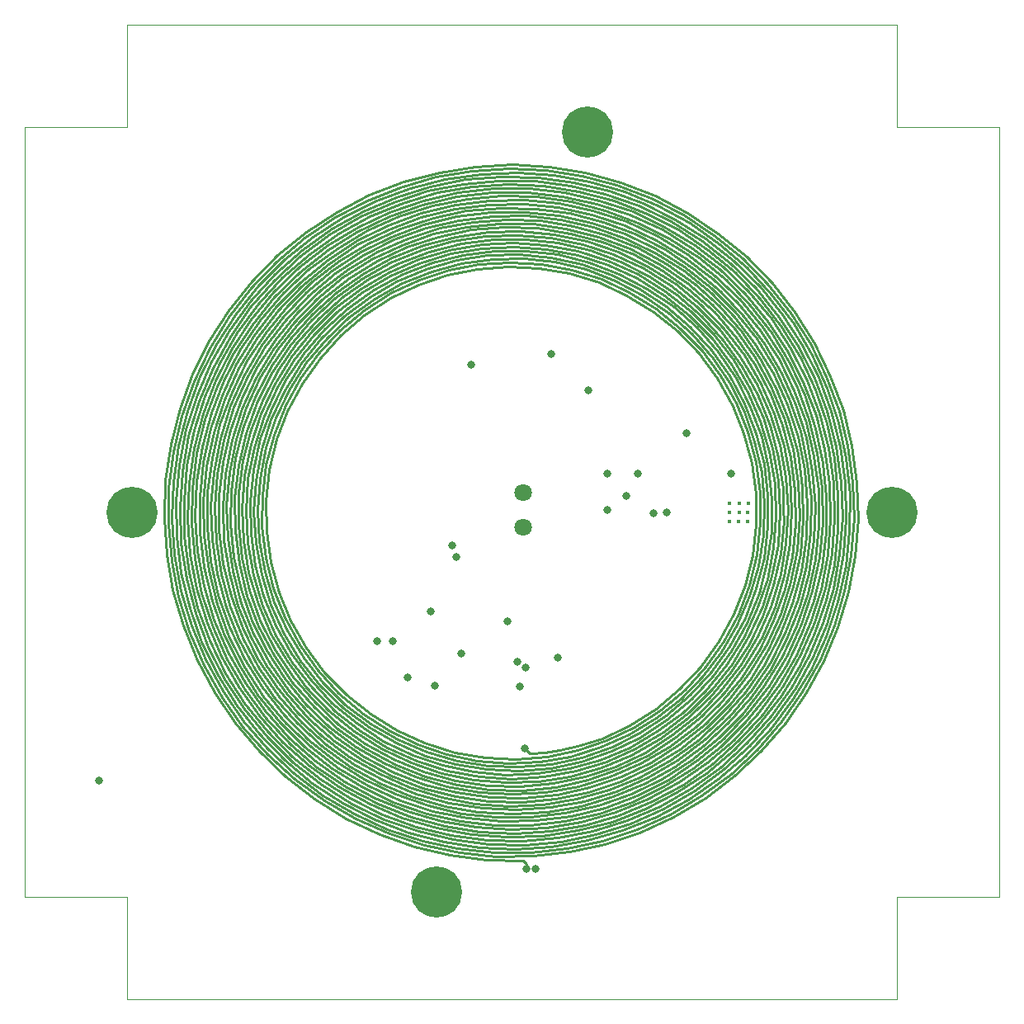
<source format=gbr>
%TF.GenerationSoftware,KiCad,Pcbnew,(6.0.9)*%
%TF.CreationDate,2023-01-30T21:02:38-08:00*%
%TF.ProjectId,solar-panel-side-Z,736f6c61-722d-4706-916e-656c2d736964,2.0*%
%TF.SameCoordinates,Original*%
%TF.FileFunction,Copper,L3,Inr*%
%TF.FilePolarity,Positive*%
%FSLAX46Y46*%
G04 Gerber Fmt 4.6, Leading zero omitted, Abs format (unit mm)*
G04 Created by KiCad (PCBNEW (6.0.9)) date 2023-01-30 21:02:38*
%MOMM*%
%LPD*%
G01*
G04 APERTURE LIST*
%TA.AperFunction,Profile*%
%ADD10C,0.050000*%
%TD*%
%TA.AperFunction,ComponentPad*%
%ADD11C,5.250000*%
%TD*%
%TA.AperFunction,ComponentPad*%
%ADD12C,1.800000*%
%TD*%
%TA.AperFunction,ViaPad*%
%ADD13C,0.800000*%
%TD*%
%TA.AperFunction,ViaPad*%
%ADD14C,0.450000*%
%TD*%
%TA.AperFunction,Conductor*%
%ADD15C,0.250000*%
%TD*%
G04 APERTURE END LIST*
D10*
X99500000Y-45500000D02*
X110000000Y-45500000D01*
X189000000Y-135000000D02*
X110000000Y-135000000D01*
X199500000Y-124500000D02*
X189000000Y-124500000D01*
X189000000Y-45500000D02*
X199500000Y-45500000D01*
X99500000Y-124500000D02*
X99500000Y-45500000D01*
X110000000Y-135000000D02*
X110000000Y-124500000D01*
X110000000Y-35000000D02*
X189000000Y-35000000D01*
X110000000Y-124500000D02*
X99500000Y-124500000D01*
X199500000Y-45500000D02*
X199500000Y-124500000D01*
X189000000Y-35000000D02*
X189000000Y-45500000D01*
X110000000Y-45500000D02*
X110000000Y-35000000D01*
X189000000Y-124500000D02*
X189000000Y-135000000D01*
D11*
%TO.N,unconnected-(J3-Pad1)*%
%TO.C,J3*%
X110500000Y-85000000D03*
%TD*%
%TO.N,unconnected-(J4-Pad1)*%
%TO.C,J4*%
X141750000Y-124000000D03*
%TD*%
%TO.N,unconnected-(J5-Pad1)*%
%TO.C,J5*%
X157250000Y-46000000D03*
%TD*%
%TO.N,unconnected-(J6-Pad1)*%
%TO.C,J6*%
X188500000Y-85000000D03*
%TD*%
D12*
%TO.N,Net-(FB2-Pad1)*%
%TO.C,J2*%
X150689922Y-83020000D03*
%TO.N,Net-(FB1-Pad1)*%
X150689922Y-86520000D03*
%TD*%
D13*
%TO.N,GND*%
X107150000Y-112590000D03*
D14*
X172770000Y-85950000D03*
X173710000Y-85030000D03*
D13*
X149060000Y-96220000D03*
D14*
X173690000Y-85950000D03*
D13*
X157310000Y-72510000D03*
D14*
X172860000Y-84120000D03*
X173760000Y-84100000D03*
D13*
X145330000Y-69850000D03*
X144270000Y-99550000D03*
D14*
X171850000Y-85030000D03*
X171840000Y-84130000D03*
D13*
X167400000Y-76940000D03*
D14*
X171845000Y-85955000D03*
X172830000Y-85030000D03*
D13*
X153500000Y-68760000D03*
%TO.N,+3V3*%
X159299922Y-84780000D03*
X141210000Y-95190000D03*
X150340000Y-102880000D03*
X171980000Y-81020000D03*
X164009922Y-85100000D03*
X154250000Y-99940000D03*
X138815000Y-101955000D03*
%TO.N,VSOLAR*%
X141590000Y-102830000D03*
%TO.N,SDA*%
X135670000Y-98200000D03*
X150940000Y-100960000D03*
X143340000Y-88410000D03*
%TO.N,SCL*%
X143775000Y-89605000D03*
X137270000Y-98240000D03*
X150070000Y-100390000D03*
%TO.N,Net-(D1-Pad3)*%
X161239922Y-83380000D03*
X159309922Y-81070000D03*
%TO.N,VSense*%
X162404922Y-81085000D03*
X165349922Y-85060000D03*
%TO.N,Net-(U2-Pad7)*%
X151020000Y-121610000D03*
X150850000Y-109290000D03*
X151910000Y-121620000D03*
%TD*%
D15*
%TO.N,Net-(U2-Pad7)*%
X174935000Y-63075000D02*
X172405000Y-60425000D01*
X143605000Y-53885000D02*
X140155000Y-54735000D01*
X173285000Y-64845000D02*
X170905000Y-62315000D01*
X145545000Y-111645000D02*
X148805000Y-111935000D01*
X171265000Y-66175000D02*
X168895000Y-63725000D01*
X177135000Y-68955000D02*
X175175000Y-65945000D01*
X182315000Y-89255000D02*
X182585000Y-85615000D01*
X147115000Y-114645000D02*
X150555000Y-114725000D01*
X176835000Y-79325000D02*
X175965000Y-76055000D01*
X143655000Y-109645000D02*
X146715000Y-110175000D01*
X180605000Y-72455000D02*
X179065000Y-69135000D01*
X167975000Y-66725000D02*
X165595000Y-64585000D01*
X119285000Y-101675000D02*
X121255000Y-104835000D01*
X152425000Y-55095000D02*
X148955000Y-54945000D01*
X119145000Y-87965000D02*
X119675000Y-91415000D01*
X124265000Y-80125000D02*
X123855000Y-83285000D01*
X126255000Y-74045000D02*
X125065000Y-77035000D01*
X138795000Y-115715000D02*
X142245000Y-116715000D01*
X181725000Y-94015000D02*
X182535000Y-90415000D01*
X119445000Y-83325000D02*
X119445000Y-86815000D01*
X138285000Y-53245000D02*
X134905000Y-54645000D01*
X177925000Y-75615000D02*
X176675000Y-72415000D01*
X156645000Y-110165000D02*
X159765000Y-109075000D01*
X167345000Y-58915000D02*
X164305000Y-57065000D01*
X118875000Y-76805000D02*
X118145000Y-80305000D01*
X178005000Y-88215000D02*
X178195000Y-84805000D01*
X147405000Y-52205000D02*
X143835000Y-52625000D01*
X179815000Y-80065000D02*
X179075000Y-76665000D01*
X174705000Y-97735000D02*
X176055000Y-94655000D01*
X121185000Y-77465000D02*
X120495000Y-80845000D01*
X117175000Y-100175000D02*
X118955000Y-103495000D01*
X173325000Y-74735000D02*
X171875000Y-71845000D01*
X131245000Y-108455000D02*
X134105000Y-110425000D01*
X117135000Y-92865000D02*
X118195000Y-96375000D01*
X128885000Y-65335000D02*
X126685000Y-67925000D01*
X150850000Y-109290000D02*
X151307403Y-109747403D01*
X148725000Y-55755000D02*
X145315000Y-56035000D01*
X126975000Y-100445000D02*
X128975000Y-103015000D01*
X124805000Y-69995000D02*
X123205000Y-73005000D01*
X163165000Y-109645000D02*
X166015000Y-107845000D01*
X124745000Y-97455000D02*
X126405000Y-100315000D01*
X172385000Y-66265000D02*
X170045000Y-63705000D01*
X142115000Y-55855000D02*
X138795000Y-56895000D01*
X175755000Y-61585000D02*
X173155000Y-58945000D01*
X149415000Y-117545000D02*
X153015000Y-117365000D01*
X124395000Y-109835000D02*
X127175000Y-112365000D01*
X174605000Y-71825000D02*
X172865000Y-68915000D01*
X128655000Y-106175000D02*
X131245000Y-108455000D01*
X167775000Y-65965000D02*
X165305000Y-63855000D01*
X140995000Y-58245000D02*
X137845000Y-59455000D01*
X126175000Y-59055000D02*
X123485000Y-61745000D01*
X171865000Y-104705000D02*
X173995000Y-102015000D01*
X115085000Y-87525000D02*
X115555000Y-91215000D01*
X177295000Y-82555000D02*
X176835000Y-79325000D01*
X142065000Y-50115000D02*
X138375000Y-51105000D01*
X178985000Y-85385000D02*
X178845000Y-81955000D01*
X166425000Y-113775000D02*
X169485000Y-111755000D01*
X153555000Y-119315000D02*
X157255000Y-118675000D01*
X117435000Y-83465000D02*
X117465000Y-87055000D01*
X122025000Y-70855000D02*
X120605000Y-74045000D01*
X183265000Y-81915000D02*
X182735000Y-78235000D01*
X168665000Y-105695000D02*
X170995000Y-103275000D01*
X145495000Y-55205000D02*
X142115000Y-55855000D01*
X178835000Y-93925000D02*
X179665000Y-90555000D01*
X138025000Y-55905000D02*
X134765000Y-57405000D01*
X181395000Y-96355000D02*
X182455000Y-92815000D01*
X182465000Y-81975000D02*
X181955000Y-78405000D01*
X174915000Y-61845000D02*
X172255000Y-59215000D01*
X133965000Y-54665000D02*
X130785000Y-56515000D01*
X181485000Y-100265000D02*
X182935000Y-96795000D01*
X174975000Y-75655000D02*
X173675000Y-72645000D01*
X138895000Y-117865000D02*
X142485000Y-118815000D01*
X175345000Y-80045000D02*
X174555000Y-76905000D01*
X127125000Y-69365000D02*
X125405000Y-72165000D01*
X160695000Y-112155000D02*
X163805000Y-110665000D01*
X172775000Y-108405000D02*
X175175000Y-105755000D01*
X169005000Y-57145000D02*
X165795000Y-55145000D01*
X172235000Y-108365000D02*
X174725000Y-105675000D01*
X155475000Y-51485000D02*
X151815000Y-51025000D01*
X119805000Y-84385000D02*
X119935000Y-87885000D01*
X157255000Y-118675000D02*
X160805000Y-117665000D01*
X166085000Y-116255000D02*
X169335000Y-114305000D01*
X128875000Y-109095000D02*
X131695000Y-111255000D01*
X172415000Y-64455000D02*
X169955000Y-61985000D01*
X117155000Y-78965000D02*
X116685000Y-82565000D01*
X153825000Y-56485000D02*
X150435000Y-56165000D01*
X152965000Y-113745000D02*
X156325000Y-113145000D01*
X150335000Y-113135000D02*
X153665000Y-112845000D01*
X149165000Y-59765000D02*
X145905000Y-60015000D01*
X144135000Y-119925000D02*
X147895000Y-120305000D01*
X175745000Y-86515000D02*
X175745000Y-83255000D01*
X181895000Y-89315000D02*
X182185000Y-85695000D01*
X150695000Y-53375000D02*
X147125000Y-53425000D01*
X138015000Y-114575000D02*
X141355000Y-115665000D01*
X131355000Y-63035000D02*
X128885000Y-65335000D01*
X120615000Y-76525000D02*
X119835000Y-79885000D01*
X175975000Y-74895000D02*
X174605000Y-71825000D01*
X143685000Y-56725000D02*
X140435000Y-57585000D01*
X178075000Y-79395000D02*
X177235000Y-76085000D01*
X136995000Y-60755000D02*
X134145000Y-62445000D01*
X159765000Y-109075000D02*
X162605000Y-107665000D01*
X179075000Y-76665000D02*
X177945000Y-73345000D01*
X133995000Y-58295000D02*
X131045000Y-60235000D01*
X178615000Y-73955000D02*
X177185000Y-70715000D01*
X164235000Y-57935000D02*
X161055000Y-56425000D01*
X140405000Y-52995000D02*
X136975000Y-54175000D01*
X184465000Y-81885000D02*
X183955000Y-78205000D01*
X165655000Y-110495000D02*
X168505000Y-108465000D01*
X120875000Y-68785000D02*
X119255000Y-72045000D01*
X117015000Y-95395000D02*
X118315000Y-98815000D01*
X173675000Y-72645000D02*
X172005000Y-69785000D01*
X151335000Y-117095000D02*
X154855000Y-116705000D01*
X161025000Y-52135000D02*
X157465000Y-51085000D01*
X168365000Y-107025000D02*
X170835000Y-104655000D01*
X181765000Y-83465000D02*
X181415000Y-79935000D01*
X176445000Y-70175000D02*
X174585000Y-67185000D01*
X166625000Y-103175000D02*
X168845000Y-100855000D01*
X120735000Y-68225000D02*
X119085000Y-71445000D01*
X167545000Y-114505000D02*
X170625000Y-112395000D01*
X120625000Y-86245000D02*
X120965000Y-89615000D01*
X115405000Y-74405000D02*
X114485000Y-78035000D01*
X140605000Y-112105000D02*
X143875000Y-112975000D01*
X123725000Y-74855000D02*
X122695000Y-78005000D01*
X182585000Y-85615000D02*
X182465000Y-81975000D01*
X143845000Y-110515000D02*
X147055000Y-111025000D01*
X173885000Y-93595000D02*
X174775000Y-90505000D01*
X132185000Y-54715000D02*
X129055000Y-56735000D01*
X124385000Y-109255000D02*
X127125000Y-111805000D01*
X177235000Y-76085000D02*
X176025000Y-72925000D01*
X118475000Y-98185000D02*
X120105000Y-101505000D01*
X170855000Y-111195000D02*
X173615000Y-108695000D01*
X165715000Y-115995000D02*
X168945000Y-114085000D01*
X167105000Y-54505000D02*
X163755000Y-52795000D01*
X152655000Y-114985000D02*
X156065000Y-114435000D01*
X123315000Y-70155000D02*
X121775000Y-73275000D01*
X175905000Y-78795000D02*
X174975000Y-75655000D01*
X116945000Y-89795000D02*
X117665000Y-93345000D01*
X158655000Y-61065000D02*
X155625000Y-60105000D01*
X129905000Y-62165000D02*
X127415000Y-64555000D01*
X147745000Y-117095000D02*
X151335000Y-117095000D01*
X150665000Y-120725000D02*
X151020000Y-121080000D01*
X173945000Y-63765000D02*
X171455000Y-61185000D01*
X173405000Y-92485000D02*
X174165000Y-89435000D01*
X125005000Y-92805000D02*
X126155000Y-95765000D01*
X149545000Y-115945000D02*
X153075000Y-115745000D01*
X170805000Y-57485000D02*
X167735000Y-55355000D01*
X127175000Y-112365000D02*
X130205000Y-114585000D01*
X142245000Y-116715000D02*
X145805000Y-117325000D01*
X155505000Y-112105000D02*
X158715000Y-111195000D01*
X136855000Y-107395000D02*
X139775000Y-108815000D01*
X114755000Y-78745000D02*
X114285000Y-82485000D01*
X176035000Y-105965000D02*
X178165000Y-102975000D01*
X154215000Y-58575000D02*
X150945000Y-58185000D01*
X167045000Y-112935000D02*
X170025000Y-110835000D01*
X154295000Y-53315000D02*
X150725000Y-52975000D01*
X174025000Y-103995000D02*
X176025000Y-101105000D01*
X157395000Y-59355000D02*
X154215000Y-58575000D01*
X156325000Y-113145000D02*
X159565000Y-112165000D01*
X153265000Y-49555000D02*
X149535000Y-49345000D01*
X179305000Y-103415000D02*
X181115000Y-100115000D01*
X115335000Y-80165000D02*
X115015000Y-83835000D01*
X121405000Y-80205000D02*
X121035000Y-83525000D01*
X150555000Y-114725000D02*
X153995000Y-114415000D01*
X133335000Y-115955000D02*
X136715000Y-117505000D01*
X118605000Y-84345000D02*
X118725000Y-87855000D01*
X126395000Y-97155000D02*
X128095000Y-99955000D01*
X155835000Y-55635000D02*
X152425000Y-55095000D01*
X173435000Y-106555000D02*
X175705000Y-103755000D01*
X168295000Y-57625000D02*
X165155000Y-55705000D01*
X136835000Y-60385000D02*
X133965000Y-62085000D01*
X152085000Y-111825000D02*
X155355000Y-111315000D01*
X127905000Y-61805000D02*
X125475000Y-64325000D01*
X121465000Y-83025000D02*
X121425000Y-86355000D01*
X123945000Y-73315000D02*
X122725000Y-76465000D01*
X172125000Y-74075000D02*
X170565000Y-71265000D01*
X139995000Y-59435000D02*
X136995000Y-60755000D01*
X119835000Y-79885000D02*
X119445000Y-83325000D01*
X171845000Y-71015000D02*
X169955000Y-68355000D01*
X148435000Y-52555000D02*
X144855000Y-52865000D01*
X151895000Y-53845000D02*
X148365000Y-53765000D01*
X161875000Y-54165000D02*
X158445000Y-52995000D01*
X171225000Y-108225000D02*
X173715000Y-105635000D01*
X124975000Y-68255000D02*
X123205000Y-71195000D01*
X173965000Y-108905000D02*
X176415000Y-106135000D01*
X121845000Y-96905000D02*
X123395000Y-100005000D01*
X136905000Y-118005000D02*
X140485000Y-119165000D01*
X165145000Y-62745000D02*
X162355000Y-61015000D01*
X154925000Y-115885000D02*
X158375000Y-115085000D01*
X156215000Y-109455000D02*
X159245000Y-108425000D01*
X169955000Y-61985000D02*
X167195000Y-59785000D01*
X156355000Y-52065000D02*
X152715000Y-51505000D01*
X125275000Y-75285000D02*
X124255000Y-78365000D01*
X159715000Y-60635000D02*
X156655000Y-59555000D01*
X136415000Y-110795000D02*
X139535000Y-112155000D01*
X120505000Y-66315000D02*
X118655000Y-69545000D01*
X139105000Y-116245000D02*
X142605000Y-117205000D01*
X121485000Y-90275000D02*
X122305000Y-93555000D01*
X177035000Y-95445000D02*
X178075000Y-92185000D01*
X167485000Y-61495000D02*
X164635000Y-59545000D01*
X129815000Y-112375000D02*
X132885000Y-114345000D01*
X121175000Y-64615000D02*
X119155000Y-67765000D01*
X123145000Y-90425000D02*
X124005000Y-93605000D01*
X116205000Y-85645000D02*
X116475000Y-89325000D01*
X173385000Y-103515000D02*
X175345000Y-100685000D01*
X172685000Y-63555000D02*
X170145000Y-61085000D01*
X139775000Y-108815000D02*
X142795000Y-109845000D01*
X128205000Y-109045000D02*
X131015000Y-111265000D01*
X176025000Y-72925000D02*
X174445000Y-69905000D01*
X150265000Y-111135000D02*
X153515000Y-110845000D01*
X146175000Y-112135000D02*
X149485000Y-112345000D01*
X179395000Y-71645000D02*
X177745000Y-68415000D01*
X128375000Y-62465000D02*
X125905000Y-65055000D01*
X125515000Y-70365000D02*
X123945000Y-73315000D01*
X158995000Y-115315000D02*
X162315000Y-114075000D01*
X169335000Y-114305000D02*
X172305000Y-112075000D01*
X137695000Y-107365000D02*
X140505000Y-108665000D01*
X127035000Y-110675000D02*
X129955000Y-112965000D01*
X176165000Y-83675000D02*
X175825000Y-80465000D01*
X177555000Y-106625000D02*
X179715000Y-103515000D01*
X172405000Y-60425000D02*
X169625000Y-58095000D01*
X162095000Y-107035000D02*
X164775000Y-105285000D01*
X140425000Y-111625000D02*
X143685000Y-112525000D01*
X153015000Y-57985000D02*
X149685000Y-57745000D01*
X122495000Y-91195000D02*
X123435000Y-94395000D01*
X119935000Y-87885000D02*
X120475000Y-91315000D01*
X177325000Y-102795000D02*
X179125000Y-99625000D01*
X155365000Y-60485000D02*
X152275000Y-59945000D01*
X122725000Y-76465000D02*
X121905000Y-79685000D01*
X134805000Y-107075000D02*
X137585000Y-108695000D01*
X179785000Y-84075000D02*
X179495000Y-80625000D01*
X175035000Y-71785000D02*
X173305000Y-68855000D01*
X123435000Y-94395000D02*
X124745000Y-97455000D01*
X141735000Y-117415000D02*
X145305000Y-118075000D01*
X134875000Y-114945000D02*
X138235000Y-116365000D01*
X164175000Y-52545000D02*
X160635000Y-51155000D01*
X174965000Y-86175000D02*
X174925000Y-82985000D01*
X166275000Y-61585000D02*
X163415000Y-59765000D01*
X178995000Y-100755000D02*
X180555000Y-97435000D01*
X133525000Y-106665000D02*
X136285000Y-108455000D01*
X122625000Y-83835000D02*
X122685000Y-87215000D01*
X180345000Y-99875000D02*
X181785000Y-96455000D01*
X180595000Y-89875000D02*
X180955000Y-86395000D01*
X136205000Y-115995000D02*
X139635000Y-117255000D01*
X143105000Y-120155000D02*
X146875000Y-120645000D01*
X179285000Y-82385000D02*
X178805000Y-78955000D01*
X160485000Y-116085000D02*
X163855000Y-114685000D01*
X153905000Y-59335000D02*
X150735000Y-58975000D01*
X170805000Y-66255000D02*
X168435000Y-63845000D01*
X175345000Y-89715000D02*
X175745000Y-86515000D01*
X131705000Y-107285000D02*
X134465000Y-109235000D01*
X178215000Y-89585000D02*
X178565000Y-86195000D01*
X119255000Y-81025000D02*
X119005000Y-84405000D01*
X147055000Y-111025000D02*
X150265000Y-111135000D01*
X134645000Y-56115000D02*
X131575000Y-57915000D01*
X115535000Y-93055000D02*
X116585000Y-96635000D01*
X177585000Y-81435000D02*
X176975000Y-78125000D01*
X149485000Y-112345000D02*
X152775000Y-112155000D01*
X131515000Y-64475000D02*
X129155000Y-66805000D01*
X158445000Y-52995000D02*
X154875000Y-52195000D01*
X183115000Y-89225000D02*
X183395000Y-85555000D01*
X175805000Y-99085000D02*
X177275000Y-95935000D01*
X179165000Y-91025000D02*
X179675000Y-87575000D01*
X144275000Y-57425000D02*
X140995000Y-58245000D01*
X151395000Y-119895000D02*
X155105000Y-119505000D01*
X136125000Y-109285000D02*
X139125000Y-110715000D01*
X155495000Y-110055000D02*
X158585000Y-109115000D01*
X173845000Y-92455000D02*
X174605000Y-89335000D01*
X168915000Y-64845000D02*
X166385000Y-62665000D01*
X134345000Y-64805000D02*
X131925000Y-66845000D01*
X141965000Y-56715000D02*
X138685000Y-57795000D01*
X123525000Y-109505000D02*
X126255000Y-112115000D01*
X123815000Y-67825000D02*
X122025000Y-70855000D01*
X156615000Y-110585000D02*
X159705000Y-109535000D01*
X151065000Y-52185000D02*
X147405000Y-52205000D01*
X132495000Y-103715000D02*
X134995000Y-105705000D01*
X166025000Y-63905000D02*
X163365000Y-62055000D01*
X143915000Y-119485000D02*
X147655000Y-119895000D01*
X163365000Y-62055000D02*
X160485000Y-60535000D01*
X151365000Y-116295000D02*
X154925000Y-115885000D01*
X177645000Y-100715000D02*
X179225000Y-97505000D01*
X123205000Y-71195000D02*
X121775000Y-74345000D01*
X131925000Y-66845000D02*
X129785000Y-69175000D01*
X177945000Y-73345000D02*
X176445000Y-70175000D01*
X160415000Y-111405000D02*
X163505000Y-109915000D01*
X180445000Y-94115000D02*
X181285000Y-90595000D01*
X122965000Y-91455000D02*
X123935000Y-94595000D01*
X127595000Y-65555000D02*
X125485000Y-68225000D01*
X179665000Y-77325000D02*
X178615000Y-73955000D01*
X172355000Y-64985000D02*
X169945000Y-62515000D01*
X118235000Y-86555000D02*
X118605000Y-90065000D01*
X158755000Y-118715000D02*
X162315000Y-117535000D01*
X178355000Y-92695000D02*
X179065000Y-89305000D01*
X147255000Y-114255000D02*
X150685000Y-114325000D01*
X138235000Y-116365000D02*
X141735000Y-117415000D01*
X178515000Y-82725000D02*
X178075000Y-79395000D01*
X125085000Y-62955000D02*
X122845000Y-65715000D01*
X162455000Y-55275000D02*
X159075000Y-54015000D01*
X132175000Y-105075000D02*
X134805000Y-107075000D01*
X146315000Y-50285000D02*
X142645000Y-50815000D01*
X123115000Y-101105000D02*
X125105000Y-103985000D01*
X136385000Y-116505000D02*
X139875000Y-117745000D01*
X175075000Y-109485000D02*
X177555000Y-106625000D01*
X176815000Y-81765000D02*
X176225000Y-78425000D01*
X184985000Y-85725000D02*
X184875000Y-81945000D01*
X147825000Y-116295000D02*
X151365000Y-116295000D01*
X119915000Y-97475000D02*
X121485000Y-100695000D01*
X182185000Y-71035000D02*
X180535000Y-67655000D01*
X147565000Y-57005000D02*
X144275000Y-57425000D01*
X172865000Y-68915000D02*
X170805000Y-66255000D01*
X125285000Y-97625000D02*
X126975000Y-100445000D01*
X140285000Y-53445000D02*
X136895000Y-54635000D01*
X123665000Y-65295000D02*
X121615000Y-68305000D01*
X162605000Y-107665000D02*
X165305000Y-105885000D01*
X120055000Y-81035000D02*
X119805000Y-84385000D01*
X157465000Y-51085000D02*
X153775000Y-50415000D01*
X170175000Y-66745000D02*
X167845000Y-64395000D01*
X162405000Y-60585000D02*
X159405000Y-59215000D01*
X145755000Y-49535000D02*
X142065000Y-50115000D01*
X152015000Y-52645000D02*
X148435000Y-52555000D01*
X176865000Y-102765000D02*
X178665000Y-99655000D01*
X126275000Y-71435000D02*
X124805000Y-74335000D01*
X147125000Y-119055000D02*
X150835000Y-119125000D01*
X137895000Y-54665000D02*
X134645000Y-56115000D01*
X169145000Y-108975000D02*
X171685000Y-106665000D01*
X151265000Y-51795000D02*
X147655000Y-51795000D01*
X155625000Y-60105000D02*
X152495000Y-59535000D01*
X134075000Y-61055000D02*
X131355000Y-63035000D01*
X156995000Y-117095000D02*
X160485000Y-116085000D01*
X120205000Y-84265000D02*
X120315000Y-87655000D01*
X120605000Y-94795000D02*
X121915000Y-98035000D01*
X122995000Y-84955000D02*
X123185000Y-88205000D01*
X125285000Y-63935000D02*
X123065000Y-66805000D01*
X123625000Y-81545000D02*
X123395000Y-84775000D01*
X154465000Y-54965000D02*
X150995000Y-54585000D01*
X177065000Y-103905000D02*
X178995000Y-100755000D01*
X173375000Y-73865000D02*
X171845000Y-71015000D01*
X124805000Y-74335000D02*
X123685000Y-77425000D01*
X121915000Y-98035000D02*
X123565000Y-101075000D01*
X122025000Y-100015000D02*
X123875000Y-102995000D01*
X183765000Y-79435000D02*
X182985000Y-75795000D01*
X177605000Y-97225000D02*
X178835000Y-93925000D01*
X122055000Y-81235000D02*
X121795000Y-84605000D01*
X174555000Y-92865000D02*
X175345000Y-89715000D01*
X161265000Y-62725000D02*
X158435000Y-61445000D01*
X143685000Y-53465000D02*
X140185000Y-54305000D01*
X153465000Y-58855000D02*
X150225000Y-58555000D01*
X168945000Y-105975000D02*
X171325000Y-103505000D01*
X124365000Y-107465000D02*
X126965000Y-110085000D01*
X140715000Y-115905000D02*
X144185000Y-116695000D01*
X183625000Y-93075000D02*
X184305000Y-89395000D01*
X128325000Y-104685000D02*
X130785000Y-107045000D01*
X124035000Y-75165000D02*
X123025000Y-78335000D01*
X126835000Y-99505000D02*
X128775000Y-102165000D01*
X183785000Y-85615000D02*
X183665000Y-81895000D01*
X150585000Y-113525000D02*
X153945000Y-113205000D01*
X178665000Y-99655000D02*
X180135000Y-96295000D01*
X126795000Y-96135000D02*
X128365000Y-98885000D01*
X119715000Y-103965000D02*
X121905000Y-107035000D01*
X131345000Y-60505000D02*
X128635000Y-62765000D01*
X179765000Y-71485000D02*
X178095000Y-68215000D01*
X137225000Y-58855000D02*
X134275000Y-60455000D01*
X157705000Y-54445000D02*
X154245000Y-53715000D01*
X125035000Y-62415000D02*
X122735000Y-65195000D01*
X169995000Y-101355000D02*
X171835000Y-98765000D01*
X134315000Y-64285000D02*
X131845000Y-66335000D01*
X139175000Y-114155000D02*
X142575000Y-115145000D01*
X181725000Y-87045000D02*
X181765000Y-83465000D01*
X180675000Y-75015000D02*
X179395000Y-71645000D01*
X127935000Y-58085000D02*
X125165000Y-60555000D01*
X157365000Y-113705000D02*
X160645000Y-112605000D01*
X180555000Y-96315000D02*
X181625000Y-92825000D01*
X168985000Y-68435000D02*
X166775000Y-66125000D01*
X124345000Y-100805000D02*
X126325000Y-103595000D01*
X158385000Y-56735000D02*
X154995000Y-55875000D01*
X140565000Y-109975000D02*
X143695000Y-110895000D01*
X131315000Y-54765000D02*
X128245000Y-56835000D01*
X148865000Y-112735000D02*
X152195000Y-112615000D01*
X128245000Y-56835000D02*
X125325000Y-59285000D01*
X143835000Y-52625000D02*
X140285000Y-53445000D01*
X125125000Y-71835000D02*
X123725000Y-74855000D01*
X170085000Y-69165000D02*
X167975000Y-66725000D01*
X160255000Y-113615000D02*
X163455000Y-112205000D01*
X117885000Y-90605000D02*
X118705000Y-94085000D01*
X166725000Y-109315000D02*
X169435000Y-107155000D01*
X177745000Y-68415000D02*
X175755000Y-65395000D01*
X160805000Y-117665000D02*
X164285000Y-116255000D01*
X129485000Y-63075000D02*
X127085000Y-65525000D01*
X122745000Y-61985000D02*
X120415000Y-64995000D01*
X133705000Y-55705000D02*
X130565000Y-57625000D01*
X165825000Y-61755000D02*
X162975000Y-59985000D01*
X159705000Y-109535000D02*
X162625000Y-108115000D01*
X139685000Y-113905000D02*
X143045000Y-114845000D01*
X181785000Y-96455000D02*
X182845000Y-92895000D01*
X178815000Y-77225000D02*
X177745000Y-73935000D01*
X170995000Y-103275000D02*
X173015000Y-100615000D01*
X145805000Y-117325000D02*
X149415000Y-117545000D01*
X142285000Y-114255000D02*
X145685000Y-114895000D01*
X141125000Y-51565000D02*
X137575000Y-52655000D01*
X143045000Y-114845000D02*
X146465000Y-115385000D01*
X119255000Y-72045000D02*
X118005000Y-75475000D01*
X119985000Y-73435000D02*
X118875000Y-76805000D01*
X170795000Y-63885000D02*
X168225000Y-61565000D01*
X120325000Y-99345000D02*
X122105000Y-102505000D01*
X176975000Y-78125000D02*
X175975000Y-74895000D01*
X182925000Y-94195000D02*
X183735000Y-90535000D01*
X174545000Y-86315000D02*
X174525000Y-83125000D01*
X114865000Y-89345000D02*
X115535000Y-93055000D01*
X137125000Y-112025000D02*
X140345000Y-113285000D01*
X145425000Y-49975000D02*
X141695000Y-50605000D01*
X165085000Y-107525000D02*
X167675000Y-105505000D01*
X160075000Y-61225000D02*
X157055000Y-60095000D01*
X138265000Y-60585000D02*
X135335000Y-62155000D01*
X166985000Y-105575000D02*
X169375000Y-103285000D01*
X124255000Y-78365000D02*
X123625000Y-81545000D01*
X150725000Y-52975000D02*
X147175000Y-53025000D01*
X171935000Y-101455000D02*
X173765000Y-98635000D01*
X144335000Y-115905000D02*
X147825000Y-116295000D01*
X165305000Y-63855000D02*
X162615000Y-62075000D01*
X159075000Y-54015000D02*
X155595000Y-53135000D01*
X157705000Y-55275000D02*
X154315000Y-54535000D01*
X163455000Y-112205000D02*
X166475000Y-110445000D01*
X181955000Y-78405000D02*
X181055000Y-74895000D01*
X128905000Y-105865000D02*
X131505000Y-108145000D01*
X171075000Y-106145000D02*
X173385000Y-103515000D01*
X167705000Y-62175000D02*
X164955000Y-60215000D01*
X126965000Y-110085000D02*
X129815000Y-112375000D01*
X178735000Y-88815000D02*
X178985000Y-85385000D01*
X169955000Y-68355000D02*
X167775000Y-65965000D01*
X133435000Y-116455000D02*
X136905000Y-118005000D01*
X181755000Y-71055000D02*
X180095000Y-67685000D01*
X156555000Y-116785000D02*
X160095000Y-115795000D01*
X121135000Y-79455000D02*
X120675000Y-82845000D01*
X121065000Y-86905000D02*
X121485000Y-90275000D01*
X154515000Y-118785000D02*
X158125000Y-118055000D01*
X170015000Y-103175000D02*
X172075000Y-100575000D01*
X143455000Y-118595000D02*
X147125000Y-119055000D01*
X174845000Y-99165000D02*
X176335000Y-96125000D01*
X150995000Y-54585000D02*
X147515000Y-54605000D01*
X182455000Y-92815000D02*
X183115000Y-89225000D01*
X174525000Y-83125000D02*
X174105000Y-79975000D01*
X167845000Y-64395000D02*
X165245000Y-62325000D01*
X172465000Y-71265000D02*
X170625000Y-68555000D01*
X156232525Y-109012525D02*
X158755000Y-108205000D01*
X120825000Y-91045000D02*
X121725000Y-94355000D01*
X182225000Y-74635000D02*
X180925000Y-71145000D01*
X177745000Y-99705000D02*
X179205000Y-96485000D01*
X143215000Y-118145000D02*
X146925000Y-118645000D01*
X162915000Y-53295000D02*
X159455000Y-52035000D01*
X137045000Y-63025000D02*
X134345000Y-64805000D01*
X132875000Y-111075000D02*
X135945000Y-112795000D01*
X152495000Y-59535000D02*
X149295000Y-59345000D01*
X119675000Y-91415000D02*
X120605000Y-94795000D01*
X161055000Y-56425000D02*
X157705000Y-55275000D01*
X169355000Y-100865000D02*
X171195000Y-98265000D01*
X121905000Y-79685000D02*
X121465000Y-83025000D01*
X127415000Y-64555000D02*
X125215000Y-67225000D01*
X114735000Y-81905000D02*
X114605000Y-85645000D01*
X123065000Y-66805000D02*
X121225000Y-69805000D01*
X176025000Y-101105000D02*
X177695000Y-97995000D01*
X180095000Y-67685000D02*
X178095000Y-64525000D01*
X119005000Y-84405000D02*
X119145000Y-87965000D01*
X123205000Y-73005000D02*
X121985000Y-76155000D01*
X122375000Y-88125000D02*
X122965000Y-91455000D01*
X173075000Y-66495000D02*
X170795000Y-63885000D01*
X158785000Y-57285000D02*
X155505000Y-56385000D01*
X180455000Y-87825000D02*
X180595000Y-84315000D01*
X123685000Y-77425000D02*
X122955000Y-80615000D01*
X184135000Y-86885000D02*
X184145000Y-83145000D01*
X177185000Y-70715000D02*
X175415000Y-67695000D01*
X171485000Y-100715000D02*
X173235000Y-97945000D01*
X162355000Y-61015000D02*
X159365000Y-59625000D01*
X165645000Y-56885000D02*
X162455000Y-55275000D01*
X165245000Y-62325000D02*
X162405000Y-60585000D01*
X118655000Y-69545000D02*
X117175000Y-72945000D01*
X167695000Y-64795000D02*
X165145000Y-62745000D01*
X127125000Y-111805000D02*
X130115000Y-114045000D01*
X134765000Y-57405000D02*
X131795000Y-59205000D01*
X117665000Y-93345000D02*
X118785000Y-96815000D01*
X121445000Y-97965000D02*
X123115000Y-101105000D01*
X140845000Y-52045000D02*
X137345000Y-53165000D01*
X161675000Y-116925000D02*
X165055000Y-115435000D01*
X176285000Y-70725000D02*
X174485000Y-67745000D01*
X177345000Y-84575000D02*
X177295000Y-82555000D01*
X183955000Y-78205000D02*
X183055000Y-74595000D01*
X161535000Y-109145000D02*
X164405000Y-107505000D01*
X159915000Y-58545000D02*
X156715000Y-57495000D01*
X124825000Y-70745000D02*
X123315000Y-73745000D01*
X170685000Y-108175000D02*
X173135000Y-105695000D01*
X130255000Y-66215000D02*
X128135000Y-68665000D01*
X131515000Y-54175000D02*
X128385000Y-56235000D01*
X175225000Y-95665000D02*
X176335000Y-92495000D01*
X128775000Y-102165000D02*
X131025000Y-104565000D01*
X152615000Y-118205000D02*
X156255000Y-117665000D01*
X182945000Y-83145000D02*
X182555000Y-79485000D01*
X125065000Y-77035000D02*
X124265000Y-80125000D01*
X121935000Y-106425000D02*
X124385000Y-109255000D01*
X157475000Y-58125000D02*
X154245000Y-57365000D01*
X126095000Y-105805000D02*
X128565000Y-108295000D01*
X138685000Y-57795000D02*
X135625000Y-59215000D01*
X167345000Y-106315000D02*
X169805000Y-104005000D01*
X175745000Y-83255000D02*
X175345000Y-80045000D01*
X161065000Y-55565000D02*
X157705000Y-54445000D01*
X149295000Y-59345000D02*
X146095000Y-59565000D01*
X173445000Y-62605000D02*
X170835000Y-60095000D01*
X125965000Y-108575000D02*
X128705000Y-111035000D01*
X124125000Y-91135000D02*
X125085000Y-94245000D01*
X139535000Y-112155000D02*
X142775000Y-113145000D01*
X169565000Y-110685000D02*
X172235000Y-108365000D01*
X137015000Y-59405000D02*
X134075000Y-61055000D01*
X143695000Y-110895000D02*
X146895000Y-111405000D01*
X158515000Y-110415000D02*
X161535000Y-109145000D01*
X117465000Y-87055000D02*
X117885000Y-90605000D01*
X174165000Y-89435000D02*
X174545000Y-86315000D01*
X120505000Y-96815000D02*
X122025000Y-100015000D01*
X134205000Y-105675000D02*
X136855000Y-107395000D01*
X148995000Y-118335000D02*
X152615000Y-118205000D01*
X122415000Y-81555000D02*
X122195000Y-84875000D01*
X177985000Y-81435000D02*
X177395000Y-78145000D01*
X142795000Y-109845000D02*
X145935000Y-110485000D01*
X172215000Y-69385000D02*
X170175000Y-66745000D01*
X140505000Y-108665000D02*
X143655000Y-109645000D01*
X176055000Y-94655000D02*
X177035000Y-91405000D01*
X151655000Y-55425000D02*
X148215000Y-55375000D01*
X174815000Y-106815000D02*
X177065000Y-103905000D01*
X123665000Y-71175000D02*
X122235000Y-74275000D01*
X160635000Y-51155000D02*
X157015000Y-50165000D01*
X125555000Y-103905000D02*
X127895000Y-106545000D01*
X179125000Y-99625000D02*
X180555000Y-96315000D01*
X180925000Y-71145000D02*
X179255000Y-67825000D01*
X163415000Y-59765000D02*
X160355000Y-58295000D01*
X140735000Y-109615000D02*
X143845000Y-110515000D01*
X163805000Y-110665000D02*
X166695000Y-108835000D01*
X116085000Y-91835000D02*
X117015000Y-95395000D01*
X166535000Y-56025000D02*
X163315000Y-54345000D01*
X135425000Y-116525000D02*
X138895000Y-117865000D01*
X161195000Y-55185000D02*
X157805000Y-54065000D01*
X167795000Y-103765000D02*
X169995000Y-101355000D01*
X146985000Y-113025000D02*
X150335000Y-113135000D01*
X167515000Y-58545000D02*
X164445000Y-56685000D01*
X122695000Y-78005000D02*
X122055000Y-81235000D01*
X123875000Y-102995000D02*
X126095000Y-105805000D01*
X159925000Y-53025000D02*
X156355000Y-52065000D01*
X149535000Y-113945000D02*
X152965000Y-113745000D01*
X152165000Y-50655000D02*
X148485000Y-50555000D01*
X128705000Y-111035000D02*
X131675000Y-113155000D01*
X129675000Y-68655000D02*
X127805000Y-71235000D01*
X176435000Y-94775000D02*
X177405000Y-91565000D01*
X179925000Y-91305000D02*
X180455000Y-87825000D01*
X177375000Y-85925000D02*
X177345000Y-84575000D01*
X173715000Y-105635000D02*
X175875000Y-102805000D01*
X172615000Y-96555000D02*
X173885000Y-93595000D01*
X169045000Y-101865000D02*
X170985000Y-99335000D01*
X169945000Y-62515000D02*
X167175000Y-60265000D01*
X179495000Y-80625000D02*
X178815000Y-77225000D01*
X142485000Y-118815000D02*
X146155000Y-119375000D01*
X159165000Y-56565000D02*
X155835000Y-55635000D01*
X122235000Y-74275000D02*
X121185000Y-77465000D01*
X176115000Y-86955000D02*
X176165000Y-83675000D01*
X125485000Y-68225000D02*
X123665000Y-71175000D01*
X169435000Y-107155000D02*
X171865000Y-104705000D01*
X131015000Y-111265000D02*
X134055000Y-113165000D01*
X124245000Y-83825000D02*
X124295000Y-86985000D01*
X120555000Y-66975000D02*
X118775000Y-70205000D01*
X126455000Y-63825000D02*
X124225000Y-66545000D01*
X116855000Y-78415000D02*
X116335000Y-82025000D01*
X166585000Y-112745000D02*
X169565000Y-110685000D01*
X120415000Y-64995000D02*
X118475000Y-68165000D01*
X175175000Y-65945000D02*
X172905000Y-63205000D01*
X121795000Y-89725000D02*
X122545000Y-92965000D01*
X144495000Y-58605000D02*
X141325000Y-59405000D01*
X154400000Y-109450000D02*
X156232525Y-109012525D01*
X123685000Y-96125000D02*
X125185000Y-99105000D01*
X173015000Y-100615000D02*
X174705000Y-97735000D01*
X123555000Y-107765000D02*
X126145000Y-110415000D01*
X163195000Y-115435000D02*
X166425000Y-113775000D01*
X174775000Y-90505000D02*
X175285000Y-87315000D01*
X180325000Y-80775000D02*
X179665000Y-77325000D01*
X136715000Y-109145000D02*
X139765000Y-110535000D01*
X127895000Y-106545000D02*
X130505000Y-108885000D01*
X161965000Y-58575000D02*
X158785000Y-57285000D01*
X134905000Y-54645000D02*
X131675000Y-56415000D01*
X124225000Y-66545000D02*
X122315000Y-69495000D01*
X182535000Y-90415000D02*
X182935000Y-86835000D01*
X178075000Y-92185000D02*
X178735000Y-88815000D01*
X176025000Y-107245000D02*
X178255000Y-104295000D01*
X135725000Y-114905000D02*
X139105000Y-116245000D01*
X122165000Y-76925000D02*
X121405000Y-80205000D01*
X114705000Y-93025000D02*
X115755000Y-96675000D01*
X176875000Y-69305000D02*
X174965000Y-66345000D01*
X132135000Y-114835000D02*
X135425000Y-116525000D01*
X180555000Y-97435000D02*
X181725000Y-94015000D01*
X128685000Y-58515000D02*
X125915000Y-60935000D01*
X174725000Y-105675000D02*
X176865000Y-102765000D01*
X141355000Y-53565000D02*
X137895000Y-54665000D01*
X130645000Y-59535000D02*
X127905000Y-61805000D01*
X173295000Y-76935000D02*
X172125000Y-74075000D01*
X124015000Y-103875000D02*
X126295000Y-106615000D01*
X131345000Y-110525000D02*
X134345000Y-112415000D01*
X126145000Y-110415000D02*
X129005000Y-112775000D01*
X157855000Y-55735000D02*
X154465000Y-54965000D01*
X116685000Y-82565000D02*
X116615000Y-86115000D01*
X130705000Y-105375000D02*
X133315000Y-107505000D01*
X164895000Y-112345000D02*
X167885000Y-110445000D01*
X151020000Y-121080000D02*
X151020000Y-121610000D01*
X122025000Y-105215000D02*
X124385000Y-108085000D01*
X162315000Y-117535000D02*
X165715000Y-115995000D01*
X159225000Y-110585000D02*
X162195000Y-109255000D01*
X180115000Y-87085000D02*
X180165000Y-83555000D01*
X121985000Y-76155000D02*
X121135000Y-79455000D01*
X117355000Y-73615000D02*
X116305000Y-77175000D01*
X176995000Y-97605000D02*
X178275000Y-94355000D01*
X116865000Y-76595000D02*
X116135000Y-80215000D01*
X130505000Y-108885000D02*
X133375000Y-110915000D01*
X151645000Y-120285000D02*
X155415000Y-119855000D01*
X175875000Y-102805000D02*
X177745000Y-99705000D01*
X160095000Y-115795000D02*
X163415000Y-114455000D01*
X123415000Y-103725000D02*
X125655000Y-106515000D01*
X134105000Y-110425000D02*
X137125000Y-112025000D01*
X139765000Y-110535000D02*
X142895000Y-111525000D01*
X156045000Y-111565000D02*
X159225000Y-110585000D01*
X174835000Y-93305000D02*
X175665000Y-90185000D01*
X161715000Y-113895000D02*
X164895000Y-112345000D01*
X142645000Y-50815000D02*
X139025000Y-51735000D01*
X113795000Y-85625000D02*
X114055000Y-89325000D01*
X125215000Y-67225000D02*
X123315000Y-70155000D01*
X152105000Y-55865000D02*
X148725000Y-55755000D01*
X170675000Y-56385000D02*
X167515000Y-54285000D01*
X126745000Y-67195000D02*
X124805000Y-69995000D01*
X140345000Y-113285000D02*
X143695000Y-114165000D01*
X165515000Y-112455000D02*
X168525000Y-110475000D01*
X131575000Y-57915000D02*
X128635000Y-60095000D01*
X176075000Y-72085000D02*
X174415000Y-69085000D01*
X180955000Y-86395000D02*
X180925000Y-82765000D01*
X120965000Y-89615000D02*
X121705000Y-92945000D01*
X174585000Y-67185000D02*
X172415000Y-64455000D01*
X177605000Y-88145000D02*
X177795000Y-84745000D01*
X153075000Y-115745000D02*
X156555000Y-115145000D01*
X144855000Y-52865000D02*
X141355000Y-53565000D01*
X126145000Y-72475000D02*
X124775000Y-75455000D01*
X132775000Y-60965000D02*
X129975000Y-63165000D01*
X172995000Y-102035000D02*
X174845000Y-99165000D01*
X122105000Y-102505000D02*
X124175000Y-105385000D01*
X145555000Y-112455000D02*
X148865000Y-112735000D01*
X151955000Y-116655000D02*
X155535000Y-116175000D01*
X170885000Y-70995000D02*
X168985000Y-68435000D01*
X179665000Y-75825000D02*
X178455000Y-72485000D01*
X129205000Y-105025000D02*
X131705000Y-107285000D01*
X119925000Y-77545000D02*
X119255000Y-81025000D01*
X153995000Y-114415000D02*
X157365000Y-113705000D01*
X177795000Y-84745000D02*
X177585000Y-81435000D01*
X174925000Y-82985000D02*
X174495000Y-79855000D01*
X183145000Y-78225000D02*
X182225000Y-74635000D01*
X174445000Y-69905000D02*
X172515000Y-67075000D01*
X164705000Y-115165000D02*
X167905000Y-113335000D01*
X128635000Y-60095000D02*
X126015000Y-62545000D01*
X178555000Y-103095000D02*
X180345000Y-99875000D01*
X129925000Y-67145000D02*
X127885000Y-69675000D01*
X132885000Y-114345000D02*
X136205000Y-115995000D01*
X114545000Y-89995000D02*
X115265000Y-93645000D01*
X137755000Y-108335000D02*
X140735000Y-109615000D01*
X122695000Y-63295000D02*
X120505000Y-66315000D01*
X171155000Y-59845000D02*
X168295000Y-57625000D01*
X173955000Y-74175000D02*
X172465000Y-71265000D01*
X122665000Y-63965000D02*
X120555000Y-66975000D01*
X121945000Y-87905000D02*
X122495000Y-91195000D01*
X171175000Y-67315000D02*
X168915000Y-64845000D01*
X126155000Y-95765000D02*
X127685000Y-98605000D01*
X177145000Y-65965000D02*
X174935000Y-63075000D01*
X139125000Y-110715000D02*
X142275000Y-111775000D01*
X146015000Y-115745000D02*
X149545000Y-115945000D01*
X170905000Y-62315000D02*
X168185000Y-60015000D01*
X149625000Y-57345000D02*
X146385000Y-57515000D01*
X154655000Y-52565000D02*
X151065000Y-52185000D01*
X135435000Y-114325000D02*
X138795000Y-115715000D01*
X172265000Y-109445000D02*
X174815000Y-106815000D01*
X161565000Y-57945000D02*
X158385000Y-56735000D01*
X127495000Y-105555000D02*
X130025000Y-107975000D01*
X174725000Y-72965000D02*
X173105000Y-70015000D01*
X133065000Y-114905000D02*
X136385000Y-116505000D01*
X162545000Y-53575000D02*
X159065000Y-52335000D01*
X165595000Y-64585000D02*
X162935000Y-62725000D01*
X181115000Y-100115000D02*
X182565000Y-96645000D01*
X155375000Y-54315000D02*
X151895000Y-53845000D01*
X153405000Y-111265000D02*
X156615000Y-110585000D01*
X175285000Y-87315000D02*
X175385000Y-84125000D01*
X126885000Y-69015000D02*
X125125000Y-71835000D01*
X173615000Y-59925000D02*
X170805000Y-57485000D01*
X124175000Y-105385000D02*
X126645000Y-108125000D01*
X134735000Y-113075000D02*
X138015000Y-114575000D01*
X168945000Y-114085000D02*
X171955000Y-111845000D01*
X134655000Y-52995000D02*
X131315000Y-54765000D01*
X152905000Y-49915000D02*
X149175000Y-49745000D01*
X158175000Y-53335000D02*
X154655000Y-52565000D01*
X125105000Y-103985000D02*
X127425000Y-106645000D01*
X163595000Y-60795000D02*
X160625000Y-59285000D01*
X155535000Y-116175000D02*
X158995000Y-115315000D01*
X174965000Y-66345000D02*
X172685000Y-63555000D01*
X163155000Y-112805000D02*
X166225000Y-111085000D01*
X139635000Y-117255000D02*
X143215000Y-118145000D01*
X141355000Y-115665000D02*
X144875000Y-116395000D01*
X130015000Y-109005000D02*
X132875000Y-111075000D01*
X153475000Y-115295000D02*
X156925000Y-114645000D01*
X116425000Y-94865000D02*
X117665000Y-98315000D01*
X183465000Y-74565000D02*
X182185000Y-71035000D01*
X122825000Y-96145000D02*
X124315000Y-99195000D01*
X121395000Y-94615000D02*
X122685000Y-97795000D01*
X135895000Y-118035000D02*
X139445000Y-119285000D01*
X143875000Y-112975000D02*
X147185000Y-113445000D01*
X153665000Y-112845000D02*
X156965000Y-112155000D01*
X180525000Y-71225000D02*
X178855000Y-67935000D01*
X154245000Y-53715000D02*
X150695000Y-53375000D01*
X152820000Y-109640000D02*
X154400000Y-109450000D01*
X158125000Y-118055000D02*
X161675000Y-116925000D01*
X130785000Y-56515000D02*
X127825000Y-58685000D01*
X119955000Y-71455000D02*
X118645000Y-74785000D01*
X130205000Y-114585000D02*
X133435000Y-116455000D01*
X182555000Y-79485000D02*
X181775000Y-75915000D01*
X137445000Y-110855000D02*
X140605000Y-112105000D01*
X129335000Y-110515000D02*
X132285000Y-112595000D01*
X115265000Y-93645000D02*
X116385000Y-97245000D01*
X171835000Y-98765000D02*
X173385000Y-95875000D01*
X123855000Y-83285000D02*
X123835000Y-86505000D01*
X164475000Y-53565000D02*
X161025000Y-52135000D01*
X177185000Y-99895000D02*
X178695000Y-96695000D01*
X116135000Y-80215000D02*
X115815000Y-83875000D01*
X122065000Y-104595000D02*
X124365000Y-107465000D01*
X178095000Y-64525000D02*
X175755000Y-61585000D01*
X183395000Y-85555000D02*
X183265000Y-81915000D01*
X170835000Y-104655000D02*
X172995000Y-102035000D01*
X117485000Y-71105000D02*
X116185000Y-74595000D01*
X154995000Y-55875000D02*
X151655000Y-55425000D01*
X121485000Y-100695000D02*
X123415000Y-103725000D01*
X175415000Y-67695000D02*
X173285000Y-64845000D01*
X151307403Y-109747403D02*
X152820000Y-109640000D01*
X147655000Y-119895000D02*
X151395000Y-119895000D01*
X123195000Y-81725000D02*
X122995000Y-84955000D01*
X169625000Y-58095000D02*
X166535000Y-56025000D01*
X164275000Y-105175000D02*
X166625000Y-103175000D01*
X161525000Y-107805000D02*
X164265000Y-106145000D01*
X120675000Y-82845000D02*
X120625000Y-86245000D01*
X163755000Y-52795000D02*
X160245000Y-51445000D01*
X133965000Y-62085000D02*
X131375000Y-64065000D01*
X116365000Y-91175000D02*
X117235000Y-94755000D01*
X179225000Y-97505000D02*
X180445000Y-94115000D01*
X119365000Y-93485000D02*
X120505000Y-96815000D01*
X173375000Y-100795000D02*
X175085000Y-97885000D01*
X175755000Y-65395000D02*
X173445000Y-62605000D01*
X171195000Y-98265000D02*
X172715000Y-95425000D01*
X168525000Y-110475000D02*
X171225000Y-108225000D01*
X117965000Y-73115000D02*
X116865000Y-76595000D01*
X149535000Y-49345000D02*
X145755000Y-49535000D01*
X184145000Y-83145000D02*
X183765000Y-79435000D01*
X130275000Y-101425000D02*
X132495000Y-103715000D01*
X127805000Y-71235000D02*
X126255000Y-74045000D01*
X126155000Y-102055000D02*
X128325000Y-104685000D01*
X176585000Y-85425000D02*
X176445000Y-82045000D01*
X137055000Y-62535000D02*
X134315000Y-64285000D01*
X173585000Y-96385000D02*
X174835000Y-93305000D01*
X141825000Y-52215000D02*
X138285000Y-53245000D01*
X118195000Y-96375000D02*
X119635000Y-99755000D01*
X155505000Y-56385000D02*
X152105000Y-55865000D01*
X163855000Y-114685000D02*
X167045000Y-112935000D01*
X116475000Y-89325000D02*
X117135000Y-92865000D01*
X128635000Y-62765000D02*
X126235000Y-65285000D01*
X160135000Y-111085000D02*
X163165000Y-109645000D01*
X124765000Y-94525000D02*
X126115000Y-97485000D01*
X127825000Y-58685000D02*
X125085000Y-61205000D01*
X118925000Y-96045000D02*
X120325000Y-99345000D01*
X155415000Y-119855000D02*
X159055000Y-119045000D01*
X133595000Y-57135000D02*
X130565000Y-59095000D01*
X137585000Y-108695000D02*
X140565000Y-109975000D01*
X176335000Y-88635000D02*
X176585000Y-85425000D01*
X136435000Y-112585000D02*
X139685000Y-113905000D01*
X141425000Y-56445000D02*
X138185000Y-57565000D01*
X163315000Y-54345000D02*
X159925000Y-53025000D01*
X123565000Y-87985000D02*
X124125000Y-91135000D01*
X182185000Y-85695000D02*
X182075000Y-82095000D01*
X183735000Y-90535000D02*
X184135000Y-86885000D01*
X174415000Y-69085000D02*
X172385000Y-66265000D01*
X179985000Y-75505000D02*
X178745000Y-72145000D01*
X181575000Y-78525000D02*
X180675000Y-75015000D01*
X177385000Y-75265000D02*
X176075000Y-72085000D01*
X165235000Y-58045000D02*
X162105000Y-56435000D01*
X168185000Y-60015000D02*
X165235000Y-58045000D01*
X173305000Y-68855000D02*
X171265000Y-66175000D01*
X123565000Y-101075000D02*
X125555000Y-103905000D01*
X181305000Y-82495000D02*
X180835000Y-78945000D01*
X154245000Y-57365000D02*
X150915000Y-56985000D01*
X131025000Y-104565000D02*
X133525000Y-106665000D01*
X130465000Y-67155000D02*
X128385000Y-69665000D01*
X170025000Y-67185000D02*
X167695000Y-64795000D01*
X138375000Y-51105000D02*
X134855000Y-52465000D01*
X140185000Y-54305000D02*
X136795000Y-55545000D01*
X143385000Y-57195000D02*
X140125000Y-58115000D01*
X162705000Y-110795000D02*
X165665000Y-109065000D01*
X121725000Y-94355000D02*
X122985000Y-97485000D01*
X161125000Y-56885000D02*
X157855000Y-55735000D01*
X156245000Y-58615000D02*
X153015000Y-57985000D01*
X176135000Y-66615000D02*
X173945000Y-63765000D01*
X178845000Y-81955000D02*
X178305000Y-78555000D01*
X129005000Y-112775000D02*
X132135000Y-114835000D01*
X178095000Y-68215000D02*
X176095000Y-65175000D01*
X175085000Y-77265000D02*
X173955000Y-74175000D01*
X132185000Y-62885000D02*
X129635000Y-65135000D01*
X143175000Y-58475000D02*
X139995000Y-59435000D01*
X154875000Y-52195000D02*
X151265000Y-51795000D01*
X164635000Y-59545000D02*
X161565000Y-57945000D01*
X141325000Y-59405000D02*
X138265000Y-60585000D01*
X158375000Y-115085000D02*
X161715000Y-113895000D01*
X131705000Y-103565000D02*
X134205000Y-105675000D01*
X176855000Y-64865000D02*
X174495000Y-61975000D01*
X184365000Y-78215000D02*
X183465000Y-74565000D01*
X134335000Y-110095000D02*
X137335000Y-111685000D01*
X118605000Y-90065000D02*
X119365000Y-93485000D01*
X155845000Y-51145000D02*
X152165000Y-50655000D01*
X132795000Y-110065000D02*
X135795000Y-111825000D01*
X131675000Y-56415000D02*
X128685000Y-58515000D01*
X120105000Y-101505000D02*
X122065000Y-104595000D01*
X118005000Y-75475000D02*
X117155000Y-78965000D01*
X129975000Y-63165000D02*
X127595000Y-65555000D01*
X139445000Y-119285000D02*
X143105000Y-120155000D01*
X124595000Y-80625000D02*
X124245000Y-83825000D01*
X125295000Y-102915000D02*
X127495000Y-105555000D01*
X164405000Y-107505000D02*
X166985000Y-105575000D01*
X175055000Y-69365000D02*
X173075000Y-66495000D01*
X176675000Y-72415000D02*
X175055000Y-69365000D01*
X156205000Y-58185000D02*
X152945000Y-57575000D01*
X127085000Y-65525000D02*
X124975000Y-68255000D01*
X156625000Y-50485000D02*
X152905000Y-49915000D01*
X122315000Y-69495000D02*
X120725000Y-72685000D01*
X130785000Y-107045000D02*
X133495000Y-109085000D01*
X176335000Y-92495000D02*
X177055000Y-89235000D01*
X126295000Y-106615000D02*
X128875000Y-109095000D01*
X117235000Y-94755000D02*
X118475000Y-98185000D01*
X127405000Y-67645000D02*
X125515000Y-70365000D01*
X132285000Y-112595000D02*
X135435000Y-114325000D01*
X179715000Y-103515000D02*
X181485000Y-100265000D01*
X146155000Y-119375000D02*
X149805000Y-119545000D01*
X161765000Y-109925000D02*
X164695000Y-108265000D01*
X135545000Y-53035000D02*
X132185000Y-54715000D01*
X126615000Y-103315000D02*
X128905000Y-105865000D01*
X119155000Y-67765000D02*
X117485000Y-71105000D01*
X121905000Y-107035000D02*
X124395000Y-109835000D01*
X118355000Y-90945000D02*
X119215000Y-94395000D01*
X121255000Y-104835000D02*
X123555000Y-107765000D01*
X141695000Y-50605000D02*
X138065000Y-51635000D01*
X176025000Y-100325000D02*
X177605000Y-97225000D01*
X178255000Y-104295000D02*
X180175000Y-101095000D01*
X160645000Y-112605000D02*
X163755000Y-111145000D01*
X120475000Y-91315000D02*
X121395000Y-94615000D01*
X121705000Y-92945000D02*
X122825000Y-96145000D01*
X175175000Y-94715000D02*
X176175000Y-91545000D01*
X124315000Y-99195000D02*
X126155000Y-102055000D01*
X128565000Y-108295000D02*
X131345000Y-110525000D01*
X168115000Y-111265000D02*
X170905000Y-109055000D01*
X131845000Y-66335000D02*
X129675000Y-68655000D01*
X139895000Y-59045000D02*
X136835000Y-60385000D01*
X135625000Y-59215000D02*
X132775000Y-60965000D01*
X126685000Y-67925000D02*
X124825000Y-70745000D01*
X115555000Y-91215000D02*
X116425000Y-94865000D01*
X167215000Y-103215000D02*
X169355000Y-100865000D01*
X171325000Y-103505000D02*
X173375000Y-100795000D01*
X124775000Y-75455000D02*
X123805000Y-78515000D01*
X126255000Y-112115000D02*
X129235000Y-114415000D01*
X140435000Y-57585000D02*
X137225000Y-58855000D01*
X120725000Y-72685000D02*
X119525000Y-75995000D01*
X115655000Y-80795000D02*
X115395000Y-84485000D01*
X121775000Y-74345000D02*
X120735000Y-77615000D01*
X150045000Y-56555000D02*
X146735000Y-56675000D01*
X180925000Y-82765000D02*
X180495000Y-79305000D01*
X177155000Y-106485000D02*
X179305000Y-103415000D01*
X121225000Y-69805000D02*
X119715000Y-73025000D01*
X119245000Y-91315000D02*
X120165000Y-94735000D01*
X118865000Y-80895000D02*
X118605000Y-84345000D01*
X149135000Y-110745000D02*
X152315000Y-110595000D01*
X173455000Y-109975000D02*
X176025000Y-107245000D01*
X179665000Y-90555000D02*
X180115000Y-87085000D01*
X137655000Y-61315000D02*
X134875000Y-62925000D01*
X118775000Y-70205000D02*
X117355000Y-73615000D01*
X131695000Y-111255000D02*
X134735000Y-113075000D01*
X179065000Y-69135000D02*
X177145000Y-65965000D01*
X174605000Y-89335000D02*
X174965000Y-86175000D01*
X154855000Y-116705000D02*
X158455000Y-115895000D01*
X170835000Y-60095000D02*
X167985000Y-57905000D01*
X138795000Y-56895000D02*
X135665000Y-58285000D01*
X140665000Y-55835000D02*
X137385000Y-57035000D01*
X123805000Y-78515000D02*
X123195000Y-81725000D01*
X140445000Y-55485000D02*
X137095000Y-56725000D01*
X133565000Y-56235000D02*
X130545000Y-58125000D01*
X155595000Y-53135000D02*
X152015000Y-52645000D01*
X145415000Y-51585000D02*
X141825000Y-52215000D01*
X154315000Y-54535000D02*
X150795000Y-54175000D01*
X170905000Y-109055000D02*
X173435000Y-106555000D01*
X118645000Y-74785000D02*
X117695000Y-78295000D01*
X175085000Y-80895000D02*
X174385000Y-77735000D01*
X146875000Y-120645000D02*
X150665000Y-120725000D01*
X176215000Y-61505000D02*
X173555000Y-58775000D01*
X171235000Y-111405000D02*
X173965000Y-108905000D01*
X121425000Y-86355000D02*
X121795000Y-89725000D01*
X152195000Y-112615000D02*
X155505000Y-112105000D01*
X176995000Y-84975000D02*
X176815000Y-81765000D01*
X172075000Y-100575000D02*
X173795000Y-97755000D01*
X166265000Y-54945000D02*
X162915000Y-53295000D01*
X137345000Y-53165000D02*
X133965000Y-54665000D01*
X126405000Y-100315000D02*
X128415000Y-102985000D01*
X115545000Y-88205000D02*
X116085000Y-91835000D01*
X120315000Y-87655000D02*
X120825000Y-91045000D01*
X172515000Y-67075000D02*
X170265000Y-64495000D01*
X150835000Y-119125000D02*
X154515000Y-118785000D01*
X123935000Y-94595000D02*
X125285000Y-97625000D01*
X170565000Y-71265000D02*
X168665000Y-68695000D01*
X142275000Y-111775000D02*
X145555000Y-112455000D01*
X181285000Y-90595000D02*
X181725000Y-87045000D01*
X167735000Y-55355000D02*
X164475000Y-53565000D01*
X170025000Y-110835000D02*
X172775000Y-108405000D01*
X164305000Y-57065000D02*
X161065000Y-55565000D01*
X123185000Y-88205000D02*
X123775000Y-91395000D01*
X122375000Y-71055000D02*
X120965000Y-74225000D01*
X135665000Y-58285000D02*
X132685000Y-60055000D01*
X120435000Y-64275000D02*
X118405000Y-67455000D01*
X131375000Y-64065000D02*
X128965000Y-66415000D01*
X129855000Y-102805000D02*
X132175000Y-105075000D01*
X150545000Y-118735000D02*
X154185000Y-118425000D01*
X170625000Y-68555000D02*
X168475000Y-66095000D01*
X127885000Y-69675000D02*
X126145000Y-72475000D01*
X116615000Y-86115000D02*
X116945000Y-89795000D01*
X126455000Y-74595000D02*
X125355000Y-77535000D01*
X176225000Y-78425000D02*
X175255000Y-75255000D01*
X164265000Y-64085000D02*
X161525000Y-62395000D01*
X173755000Y-62355000D02*
X171155000Y-59845000D01*
X171455000Y-61185000D02*
X168685000Y-58895000D01*
X143805000Y-113775000D02*
X147255000Y-114255000D01*
X124275000Y-106145000D02*
X126765000Y-108805000D01*
X166385000Y-62665000D02*
X163595000Y-60795000D01*
X169375000Y-103285000D02*
X171485000Y-100715000D01*
X140655000Y-60045000D02*
X137655000Y-61315000D01*
X124735000Y-90105000D02*
X125585000Y-93215000D01*
X130025000Y-107975000D02*
X132795000Y-110065000D01*
X117175000Y-72945000D02*
X116065000Y-76485000D01*
X143775000Y-59155000D02*
X140655000Y-60045000D01*
X141395000Y-54795000D02*
X138025000Y-55905000D01*
X128965000Y-64675000D02*
X126745000Y-67195000D01*
X125475000Y-64325000D02*
X123295000Y-67165000D01*
X162105000Y-56435000D02*
X158825000Y-55195000D01*
X147175000Y-53025000D02*
X143685000Y-53465000D01*
X124225000Y-89695000D02*
X125005000Y-92805000D01*
X168845000Y-100855000D02*
X170725000Y-98255000D01*
X175965000Y-76055000D02*
X174725000Y-72965000D01*
X117885000Y-87425000D02*
X118355000Y-90945000D01*
X119545000Y-77395000D02*
X118865000Y-80895000D01*
X134275000Y-60455000D02*
X131475000Y-62425000D01*
X118405000Y-67455000D02*
X116735000Y-70825000D01*
X139265000Y-109905000D02*
X142345000Y-110965000D01*
X134145000Y-62445000D02*
X131515000Y-64475000D01*
X116735000Y-70825000D02*
X115405000Y-74405000D01*
X145315000Y-56035000D02*
X141965000Y-56715000D01*
X183055000Y-74595000D02*
X181755000Y-71055000D01*
X147515000Y-54605000D02*
X144055000Y-55025000D01*
X150945000Y-58185000D02*
X147695000Y-58205000D01*
X173795000Y-97755000D02*
X175175000Y-94715000D01*
X125905000Y-65055000D02*
X123815000Y-67825000D01*
X159435000Y-113485000D02*
X162625000Y-112175000D01*
X149895000Y-110345000D02*
X153115000Y-110095000D01*
X118695000Y-79445000D02*
X118265000Y-82945000D01*
X171955000Y-111845000D02*
X174695000Y-109305000D01*
X126015000Y-62545000D02*
X123665000Y-65295000D01*
X130115000Y-102495000D02*
X132395000Y-104735000D01*
X169485000Y-111755000D02*
X172265000Y-109445000D01*
X178385000Y-65655000D02*
X176145000Y-62655000D01*
X171875000Y-71845000D02*
X170085000Y-69165000D01*
X122985000Y-97485000D02*
X124645000Y-100535000D01*
X127955000Y-71795000D02*
X126455000Y-74595000D01*
X129955000Y-112965000D02*
X133065000Y-114905000D01*
X146895000Y-111405000D02*
X150165000Y-111535000D01*
X172455000Y-73795000D02*
X170885000Y-70995000D01*
X125405000Y-72165000D02*
X124035000Y-75165000D01*
X123545000Y-105885000D02*
X125965000Y-108575000D01*
X148215000Y-55375000D02*
X144815000Y-55705000D01*
X176175000Y-91545000D02*
X176775000Y-88345000D01*
X116385000Y-97245000D02*
X117865000Y-100685000D01*
X142995000Y-60175000D02*
X139965000Y-61165000D01*
X125455000Y-58625000D02*
X122795000Y-61315000D01*
X182935000Y-96795000D02*
X184015000Y-93175000D01*
X134345000Y-112415000D02*
X137515000Y-113945000D01*
X164285000Y-116255000D02*
X167545000Y-114505000D01*
X130565000Y-57625000D02*
X127715000Y-59825000D01*
X175325000Y-102905000D02*
X177185000Y-99895000D01*
X175665000Y-90185000D02*
X176115000Y-86955000D01*
X134875000Y-62925000D02*
X132295000Y-64865000D01*
X178305000Y-78555000D02*
X177385000Y-75265000D01*
X137385000Y-57035000D02*
X134235000Y-58615000D01*
X162195000Y-109255000D02*
X165085000Y-107525000D01*
X119455000Y-69745000D02*
X117965000Y-73115000D01*
X173155000Y-58945000D02*
X170235000Y-56555000D01*
X178745000Y-72145000D02*
X177135000Y-68955000D01*
X137335000Y-111685000D02*
X140565000Y-112935000D01*
X121775000Y-73275000D02*
X120615000Y-76525000D01*
X178015000Y-69715000D02*
X176135000Y-66615000D01*
X159065000Y-52335000D02*
X155475000Y-51485000D01*
X164925000Y-56035000D02*
X161595000Y-54485000D01*
X123315000Y-73745000D02*
X122165000Y-76925000D01*
X156555000Y-115145000D02*
X159915000Y-114165000D01*
X168435000Y-63845000D02*
X165825000Y-61755000D01*
X148805000Y-111935000D02*
X152085000Y-111825000D01*
X157775000Y-117735000D02*
X161325000Y-116635000D01*
X122795000Y-61315000D02*
X120435000Y-64275000D01*
X182985000Y-75795000D02*
X181825000Y-72275000D01*
X132785000Y-64965000D02*
X130465000Y-67155000D01*
X116995000Y-85455000D02*
X117245000Y-89025000D01*
X142605000Y-117205000D02*
X146205000Y-117775000D01*
X160485000Y-60535000D02*
X157395000Y-59355000D01*
X178455000Y-72485000D02*
X176875000Y-69305000D01*
X181415000Y-79935000D02*
X180655000Y-76375000D01*
X142575000Y-115145000D02*
X146015000Y-115745000D01*
X147335000Y-54215000D02*
X143795000Y-54665000D01*
X130565000Y-59095000D02*
X127755000Y-61395000D01*
X139965000Y-61165000D02*
X137055000Y-62535000D01*
X176775000Y-88345000D02*
X176995000Y-84975000D01*
X143795000Y-54665000D02*
X140445000Y-55485000D01*
X142875000Y-60625000D02*
X139895000Y-61645000D01*
X153115000Y-110095000D02*
X156215000Y-109455000D01*
X122545000Y-92965000D02*
X123685000Y-96125000D01*
X180495000Y-79305000D02*
X179665000Y-75825000D01*
X165395000Y-106325000D02*
X167925000Y-104195000D01*
X128385000Y-69665000D02*
X126665000Y-72365000D01*
X129525000Y-111165000D02*
X132505000Y-113195000D01*
X146925000Y-118645000D02*
X150545000Y-118735000D01*
X133375000Y-110915000D02*
X136435000Y-112585000D01*
X179065000Y-89305000D02*
X179375000Y-85825000D01*
X132475000Y-116405000D02*
X135895000Y-118035000D01*
X175825000Y-80465000D02*
X175085000Y-77265000D01*
X152775000Y-112155000D02*
X156045000Y-111565000D01*
X122065000Y-100905000D02*
X124015000Y-103875000D01*
X127755000Y-61395000D02*
X125285000Y-63935000D01*
X173105000Y-70015000D02*
X171175000Y-67315000D01*
X144875000Y-116395000D02*
X148445000Y-116725000D01*
X123395000Y-100005000D02*
X125295000Y-102915000D01*
X181205000Y-92875000D02*
X181895000Y-89315000D01*
X178525000Y-64445000D02*
X176215000Y-61505000D01*
X176335000Y-96125000D02*
X177465000Y-92905000D01*
X177405000Y-91565000D02*
X178005000Y-88215000D01*
X122955000Y-80615000D02*
X122625000Y-83835000D01*
X118785000Y-96815000D02*
X120275000Y-100125000D01*
X116585000Y-96635000D02*
X118015000Y-100075000D01*
X129545000Y-101215000D02*
X131705000Y-103565000D01*
X118955000Y-103495000D02*
X121075000Y-106615000D01*
X167925000Y-104195000D02*
X170125000Y-101825000D01*
X120495000Y-80845000D02*
X120205000Y-84265000D01*
X119525000Y-75995000D02*
X118695000Y-79445000D01*
X142895000Y-111525000D02*
X146175000Y-112135000D01*
X117155000Y-81815000D02*
X116995000Y-85455000D01*
X115395000Y-84485000D02*
X115545000Y-88205000D01*
X170985000Y-99335000D02*
X172615000Y-96555000D01*
X182565000Y-96645000D02*
X183625000Y-93075000D01*
X146205000Y-117775000D02*
X149835000Y-117945000D01*
X176095000Y-65175000D02*
X173755000Y-62355000D01*
X183665000Y-81895000D02*
X183145000Y-78225000D01*
X179955000Y-99755000D02*
X181395000Y-96355000D01*
X126325000Y-103595000D02*
X128655000Y-106175000D01*
X129785000Y-69175000D02*
X127955000Y-71795000D01*
X123395000Y-84775000D02*
X123565000Y-87985000D01*
X142775000Y-113145000D02*
X146155000Y-113745000D01*
X131335000Y-105405000D02*
X133935000Y-107455000D01*
X152945000Y-57575000D02*
X149625000Y-57345000D01*
X166475000Y-66425000D02*
X164015000Y-64425000D01*
X176445000Y-82045000D02*
X175905000Y-78795000D01*
X163505000Y-109915000D02*
X166335000Y-108105000D01*
X161325000Y-116635000D02*
X164705000Y-115165000D01*
X136795000Y-55545000D02*
X133595000Y-57135000D01*
X165405000Y-59555000D02*
X162385000Y-57885000D01*
X170625000Y-112395000D02*
X173455000Y-109975000D01*
X173665000Y-76745000D02*
X172455000Y-73795000D01*
X162615000Y-62075000D02*
X159715000Y-60635000D01*
X178805000Y-78955000D02*
X177925000Y-75615000D01*
X139025000Y-51735000D02*
X135545000Y-53035000D01*
X121465000Y-70205000D02*
X119985000Y-73435000D01*
X133495000Y-109085000D02*
X136415000Y-110795000D01*
X129635000Y-65135000D02*
X127405000Y-67645000D01*
X163755000Y-111145000D02*
X166725000Y-109315000D01*
X164015000Y-64425000D02*
X161265000Y-62725000D01*
X128995000Y-61365000D02*
X126455000Y-63825000D01*
X169365000Y-106675000D02*
X171745000Y-104245000D01*
X134885000Y-61015000D02*
X132185000Y-62885000D01*
X117695000Y-78295000D02*
X117155000Y-81815000D01*
X124645000Y-100535000D02*
X126615000Y-103315000D01*
X145905000Y-60015000D02*
X142875000Y-60625000D01*
X163415000Y-114455000D02*
X166585000Y-112745000D01*
X169285000Y-108345000D02*
X171825000Y-105945000D01*
X124005000Y-93605000D02*
X125235000Y-96635000D01*
X174085000Y-103255000D02*
X176025000Y-100325000D01*
X173235000Y-97945000D02*
X174645000Y-94975000D01*
X118265000Y-82945000D02*
X118235000Y-86555000D01*
X125085000Y-94245000D02*
X126395000Y-97155000D01*
X135335000Y-62155000D02*
X132665000Y-64035000D01*
X131505000Y-108145000D02*
X134335000Y-110095000D01*
X137575000Y-52655000D02*
X134185000Y-54105000D01*
X158585000Y-109115000D02*
X161525000Y-107805000D01*
X167195000Y-59785000D02*
X164235000Y-57935000D01*
X184015000Y-93175000D02*
X184695000Y-89505000D01*
X161815000Y-114725000D02*
X165035000Y-113185000D01*
X184695000Y-89505000D02*
X184985000Y-85725000D01*
X117885000Y-92575000D02*
X118925000Y-96045000D01*
X136975000Y-54175000D02*
X133705000Y-55705000D01*
X140155000Y-54735000D02*
X136825000Y-55965000D01*
X122685000Y-97795000D02*
X124345000Y-100805000D01*
X116305000Y-77175000D02*
X115655000Y-80795000D01*
X166475000Y-110445000D02*
X169285000Y-108345000D01*
X175385000Y-84125000D02*
X175085000Y-80895000D01*
X143985000Y-52195000D02*
X140405000Y-52995000D01*
X159365000Y-59625000D02*
X156245000Y-58615000D01*
X164955000Y-60215000D02*
X161965000Y-58575000D01*
X144485000Y-51305000D02*
X140845000Y-52045000D01*
X118725000Y-87855000D02*
X119245000Y-91315000D01*
X118705000Y-94085000D02*
X119915000Y-97475000D01*
X175085000Y-97885000D02*
X176435000Y-94775000D01*
X180535000Y-67655000D02*
X178525000Y-64445000D01*
X181625000Y-92825000D02*
X182315000Y-89255000D01*
X150005000Y-115545000D02*
X153475000Y-115295000D01*
X162625000Y-108115000D02*
X165395000Y-106325000D01*
X173555000Y-58775000D02*
X170675000Y-56385000D01*
X123835000Y-86505000D02*
X124225000Y-89695000D01*
X144835000Y-54085000D02*
X141395000Y-54795000D01*
X166225000Y-111085000D02*
X169145000Y-108975000D01*
X121615000Y-68305000D02*
X119955000Y-71455000D01*
X147895000Y-120305000D02*
X151645000Y-120285000D01*
X170125000Y-101825000D02*
X172015000Y-99225000D01*
X172255000Y-59215000D02*
X169385000Y-56925000D01*
X167905000Y-113335000D02*
X170855000Y-111195000D01*
X123435000Y-63655000D02*
X121295000Y-66565000D01*
X150075000Y-50155000D02*
X146315000Y-50285000D01*
X179675000Y-87575000D02*
X179785000Y-84075000D01*
X121075000Y-106615000D02*
X123525000Y-109505000D01*
X137845000Y-59455000D02*
X134885000Y-61015000D01*
X118315000Y-98815000D02*
X120005000Y-102135000D01*
X172305000Y-112075000D02*
X175075000Y-109485000D01*
X174105000Y-79975000D02*
X173295000Y-76935000D01*
X133935000Y-107455000D02*
X136715000Y-109145000D01*
X170145000Y-61085000D02*
X167345000Y-58915000D01*
X133665000Y-57555000D02*
X130645000Y-59535000D01*
X157015000Y-50165000D02*
X153265000Y-49555000D01*
X180135000Y-96295000D02*
X181205000Y-92875000D01*
X144185000Y-116695000D02*
X147745000Y-117095000D01*
X159055000Y-119045000D02*
X162625000Y-117845000D01*
X178275000Y-94355000D02*
X179165000Y-91025000D01*
X180165000Y-83555000D02*
X179815000Y-80065000D01*
X116185000Y-74595000D02*
X115265000Y-78205000D01*
X153515000Y-110845000D02*
X156645000Y-110165000D01*
X125235000Y-96635000D02*
X126835000Y-99505000D01*
X144755000Y-50865000D02*
X141125000Y-51565000D01*
X183515000Y-89255000D02*
X183785000Y-85615000D01*
X146095000Y-59565000D02*
X142995000Y-60175000D01*
X118475000Y-68165000D02*
X116865000Y-71545000D01*
X162935000Y-62725000D02*
X160075000Y-61225000D01*
X126765000Y-108805000D02*
X129525000Y-111165000D01*
X150225000Y-58555000D02*
X147045000Y-58655000D01*
X143035000Y-58095000D02*
X139895000Y-59045000D01*
X180275000Y-68855000D02*
X178385000Y-65655000D01*
X157135000Y-57195000D02*
X153825000Y-56485000D01*
X180655000Y-76375000D02*
X179515000Y-72955000D01*
X162625000Y-112175000D02*
X165655000Y-110495000D01*
X125325000Y-59285000D02*
X122745000Y-61985000D01*
X132395000Y-104735000D02*
X134985000Y-106715000D01*
X117805000Y-79905000D02*
X117435000Y-83465000D01*
X179375000Y-85825000D02*
X179285000Y-82385000D01*
X115815000Y-83875000D02*
X115895000Y-87525000D01*
X120275000Y-100125000D02*
X122095000Y-103225000D01*
X166695000Y-108835000D02*
X169365000Y-106675000D01*
X144815000Y-55705000D02*
X141425000Y-56445000D01*
X122305000Y-93555000D02*
X123505000Y-96705000D01*
X131675000Y-113155000D02*
X134875000Y-114945000D01*
X162385000Y-57885000D02*
X159165000Y-56565000D01*
X176145000Y-62655000D02*
X173615000Y-59925000D01*
X149095000Y-51345000D02*
X145415000Y-51585000D01*
X113945000Y-81765000D02*
X113795000Y-85625000D01*
X153775000Y-50415000D02*
X150075000Y-50155000D01*
X135055000Y-59065000D02*
X132145000Y-60915000D01*
X114485000Y-78035000D02*
X113945000Y-81765000D01*
X181375000Y-86055000D02*
X181305000Y-82495000D01*
X174645000Y-94975000D02*
X175675000Y-91875000D01*
X152715000Y-51505000D02*
X149095000Y-51345000D01*
X176415000Y-106135000D02*
X178555000Y-103095000D01*
X123295000Y-67165000D02*
X121465000Y-70205000D01*
X154085000Y-113995000D02*
X157455000Y-113265000D01*
X159565000Y-112165000D02*
X162705000Y-110795000D01*
X173865000Y-72145000D02*
X172215000Y-69385000D01*
X134405000Y-108725000D02*
X137325000Y-110355000D01*
X170265000Y-64495000D02*
X167705000Y-62175000D01*
X170045000Y-63705000D02*
X167485000Y-61495000D01*
X125085000Y-61205000D02*
X122665000Y-63965000D01*
X158755000Y-108205000D02*
X161605000Y-106855000D01*
X115755000Y-96675000D02*
X117175000Y-100175000D01*
X123025000Y-78335000D02*
X122415000Y-81555000D01*
X137325000Y-110355000D02*
X140425000Y-111625000D01*
X155355000Y-111315000D02*
X158515000Y-110415000D01*
X174485000Y-67745000D02*
X172355000Y-64985000D01*
X128975000Y-103015000D02*
X131335000Y-105405000D01*
X134055000Y-113165000D02*
X137305000Y-114725000D01*
X140875000Y-115125000D02*
X144335000Y-115905000D01*
X118015000Y-100075000D02*
X119805000Y-103355000D01*
X123505000Y-96705000D02*
X125075000Y-99705000D01*
X147075000Y-56245000D02*
X143685000Y-56725000D01*
X147125000Y-53425000D02*
X143605000Y-53885000D01*
X122195000Y-84875000D02*
X122375000Y-88125000D01*
X173385000Y-95875000D02*
X174555000Y-92865000D01*
X127715000Y-59825000D02*
X125035000Y-62415000D01*
X129155000Y-66805000D02*
X127125000Y-69365000D01*
X124165000Y-68025000D02*
X122375000Y-71055000D01*
X126985000Y-102495000D02*
X129205000Y-105025000D01*
X122685000Y-87215000D02*
X123145000Y-90425000D01*
X157235000Y-112495000D02*
X160415000Y-111405000D01*
X180315000Y-93115000D02*
X181035000Y-89645000D01*
X132685000Y-60055000D02*
X129905000Y-62165000D01*
X125585000Y-93215000D02*
X126795000Y-96135000D01*
X157455000Y-113265000D02*
X160695000Y-112155000D01*
X115615000Y-75095000D02*
X114755000Y-78745000D01*
X153445000Y-117715000D02*
X156995000Y-117095000D01*
X117865000Y-100685000D02*
X119715000Y-103965000D01*
X128965000Y-66415000D02*
X126885000Y-69015000D01*
X127425000Y-106645000D02*
X130015000Y-109005000D01*
X137515000Y-113945000D02*
X140875000Y-115125000D01*
X132505000Y-113195000D02*
X135725000Y-114905000D01*
X161525000Y-62395000D02*
X158655000Y-61065000D01*
X147045000Y-58655000D02*
X143775000Y-59155000D01*
X177465000Y-92905000D02*
X178215000Y-89585000D01*
X127025000Y-101885000D02*
X129195000Y-104435000D01*
X114055000Y-89325000D02*
X114705000Y-93025000D01*
X181815000Y-74655000D02*
X180525000Y-71225000D01*
X147525000Y-59015000D02*
X144315000Y-59455000D01*
X165665000Y-109065000D02*
X168365000Y-107025000D01*
X164695000Y-108265000D02*
X167345000Y-106315000D01*
X165055000Y-115435000D02*
X168255000Y-113585000D01*
X181735000Y-97705000D02*
X182925000Y-94195000D01*
X132295000Y-64865000D02*
X129925000Y-67145000D01*
X165795000Y-55145000D02*
X162545000Y-53575000D01*
X178855000Y-67935000D02*
X176855000Y-64865000D01*
X174495000Y-61975000D02*
X171905000Y-59435000D01*
X161605000Y-106855000D02*
X164275000Y-105175000D01*
X167885000Y-110445000D02*
X170685000Y-108175000D01*
X156255000Y-117665000D02*
X159775000Y-116745000D01*
X158715000Y-111195000D02*
X161765000Y-109925000D01*
X177695000Y-97995000D02*
X178995000Y-94725000D01*
X162975000Y-59985000D02*
X159915000Y-58545000D01*
X170725000Y-98255000D02*
X172235000Y-95475000D01*
X119215000Y-94395000D02*
X120455000Y-97725000D01*
X175675000Y-91875000D02*
X176335000Y-88635000D01*
X158455000Y-115895000D02*
X161815000Y-114725000D01*
X160625000Y-59285000D02*
X157475000Y-58125000D01*
X174495000Y-79855000D02*
X173665000Y-76745000D01*
X158435000Y-61445000D02*
X155365000Y-60485000D01*
X143695000Y-114165000D02*
X147115000Y-114645000D01*
X159245000Y-108425000D02*
X162095000Y-107035000D01*
X142345000Y-110965000D02*
X145545000Y-111645000D01*
X115015000Y-83835000D02*
X115085000Y-87525000D01*
X168685000Y-58895000D02*
X165645000Y-56885000D01*
X148125000Y-50965000D02*
X144485000Y-51305000D01*
X173875000Y-101485000D02*
X175635000Y-98555000D01*
X175255000Y-75255000D02*
X173865000Y-72145000D01*
X172015000Y-99225000D02*
X173585000Y-96385000D01*
X116065000Y-76485000D02*
X115335000Y-80165000D01*
X119635000Y-99755000D02*
X121425000Y-102935000D01*
X120455000Y-97725000D02*
X122065000Y-100905000D01*
X171745000Y-104245000D02*
X173875000Y-101485000D01*
X119715000Y-73025000D02*
X118565000Y-76425000D01*
X128365000Y-98885000D02*
X130275000Y-101425000D01*
X138205000Y-61495000D02*
X135385000Y-63065000D01*
X120655000Y-93625000D02*
X121845000Y-96905000D01*
X181055000Y-74895000D02*
X179765000Y-71485000D01*
X122845000Y-65715000D02*
X120875000Y-68785000D01*
X165035000Y-113185000D02*
X168115000Y-111265000D01*
X164445000Y-56685000D02*
X161195000Y-55185000D01*
X153945000Y-113205000D02*
X157235000Y-112495000D01*
X182735000Y-78235000D02*
X181815000Y-74655000D01*
X126665000Y-72365000D02*
X125275000Y-75285000D01*
X132665000Y-64035000D02*
X130255000Y-66215000D01*
X184875000Y-81945000D02*
X184365000Y-78215000D01*
X120005000Y-102135000D02*
X122025000Y-105215000D01*
X132145000Y-60915000D02*
X129485000Y-63075000D01*
X175345000Y-100685000D02*
X176995000Y-97605000D01*
X131685000Y-106755000D02*
X134405000Y-108725000D01*
X156715000Y-57495000D02*
X153415000Y-56825000D01*
X156965000Y-112155000D02*
X160135000Y-111085000D01*
X177055000Y-89235000D02*
X177375000Y-85925000D01*
X181775000Y-75915000D02*
X180605000Y-72455000D01*
X148445000Y-116725000D02*
X151955000Y-116655000D01*
X125075000Y-99705000D02*
X126985000Y-102495000D01*
X182935000Y-86835000D02*
X182945000Y-83145000D01*
X149805000Y-119545000D02*
X153555000Y-119315000D01*
X138065000Y-51635000D02*
X134655000Y-52995000D01*
X157055000Y-60095000D02*
X153905000Y-59335000D01*
X120965000Y-74225000D02*
X119925000Y-77545000D01*
X164275000Y-58415000D02*
X161125000Y-56885000D01*
X179205000Y-96485000D02*
X180315000Y-93115000D01*
X149685000Y-57745000D02*
X146395000Y-57915000D01*
X184305000Y-89395000D02*
X184585000Y-85655000D01*
X124295000Y-86985000D02*
X124735000Y-90105000D01*
X141235000Y-60275000D02*
X138205000Y-61495000D01*
X180175000Y-101095000D02*
X181735000Y-97705000D01*
X140125000Y-58115000D02*
X137015000Y-59405000D01*
X182845000Y-92895000D02*
X183515000Y-89255000D01*
X118565000Y-76425000D02*
X117805000Y-79905000D01*
X150735000Y-58975000D02*
X147525000Y-59015000D01*
X117245000Y-89025000D02*
X117885000Y-92575000D01*
X123775000Y-91395000D02*
X124765000Y-94525000D01*
X170325000Y-60715000D02*
X167515000Y-58545000D01*
X115895000Y-87525000D02*
X116365000Y-91175000D01*
X126645000Y-108125000D02*
X129335000Y-110515000D01*
X149835000Y-117945000D02*
X153445000Y-117715000D01*
X129195000Y-104435000D02*
X131685000Y-106755000D01*
X114605000Y-85645000D02*
X114865000Y-89345000D01*
X147655000Y-51795000D02*
X143985000Y-52195000D01*
X136895000Y-54635000D02*
X133565000Y-56235000D01*
X178565000Y-86195000D02*
X178515000Y-82725000D01*
X147695000Y-58205000D02*
X144495000Y-58605000D01*
X177745000Y-73935000D02*
X176285000Y-70725000D01*
X164775000Y-105285000D02*
X167215000Y-103215000D01*
X177275000Y-95935000D02*
X178355000Y-92695000D01*
X134855000Y-52465000D02*
X131515000Y-54175000D01*
X159775000Y-116745000D02*
X163195000Y-115435000D01*
X137095000Y-56725000D02*
X133995000Y-58295000D01*
X119805000Y-103355000D02*
X121935000Y-106425000D01*
X181825000Y-72275000D02*
X180275000Y-68855000D01*
X143685000Y-112525000D02*
X146985000Y-113025000D01*
X156065000Y-114435000D02*
X159435000Y-113485000D01*
X139875000Y-117745000D02*
X143455000Y-118595000D01*
X180835000Y-78945000D02*
X179985000Y-75505000D01*
X167515000Y-54285000D02*
X164175000Y-52545000D01*
X128095000Y-99955000D02*
X130115000Y-102495000D01*
X134985000Y-106715000D02*
X137755000Y-108335000D01*
X136715000Y-117505000D02*
X140285000Y-118695000D01*
X150915000Y-56985000D02*
X147565000Y-57005000D01*
X182075000Y-82095000D02*
X181575000Y-78525000D01*
X128415000Y-102985000D02*
X130705000Y-105375000D01*
X133315000Y-107505000D02*
X136125000Y-109285000D01*
X166015000Y-107845000D02*
X168665000Y-105695000D01*
X117815000Y-83855000D02*
X117885000Y-87425000D01*
X120605000Y-74045000D02*
X119545000Y-77395000D01*
X156925000Y-114645000D02*
X160255000Y-113615000D01*
X138965000Y-113225000D02*
X142285000Y-114255000D01*
X178195000Y-84805000D02*
X177985000Y-81435000D01*
X168505000Y-108465000D02*
X171075000Y-106145000D01*
X170235000Y-56555000D02*
X167105000Y-54505000D01*
X175635000Y-98555000D02*
X177035000Y-95445000D01*
X166335000Y-108105000D02*
X168945000Y-105975000D01*
X161595000Y-54485000D02*
X158175000Y-53335000D01*
X181035000Y-89645000D02*
X181375000Y-86055000D01*
X149175000Y-49745000D02*
X145425000Y-49975000D01*
X158825000Y-55195000D02*
X155375000Y-54315000D01*
X167985000Y-57905000D02*
X164925000Y-56035000D01*
X130975000Y-55915000D02*
X127935000Y-58085000D01*
X134995000Y-105705000D02*
X137695000Y-107365000D01*
X146395000Y-57915000D02*
X143175000Y-58475000D01*
X177035000Y-91405000D02*
X177605000Y-88145000D01*
X172905000Y-63205000D02*
X170325000Y-60715000D01*
X135385000Y-63065000D02*
X132785000Y-64965000D01*
X130115000Y-114045000D02*
X133335000Y-115955000D01*
X152275000Y-59945000D02*
X149165000Y-59765000D01*
X145935000Y-110485000D02*
X149135000Y-110745000D01*
X119855000Y-90255000D02*
X120655000Y-93625000D01*
X128385000Y-56235000D02*
X125455000Y-58625000D01*
X127695000Y-60375000D02*
X125085000Y-62955000D01*
X168475000Y-66095000D02*
X166025000Y-63905000D01*
X152315000Y-110595000D02*
X155495000Y-110055000D01*
X180595000Y-84315000D02*
X180325000Y-80775000D01*
X144315000Y-59455000D02*
X141235000Y-60275000D01*
X125165000Y-60555000D02*
X122695000Y-63295000D01*
X125185000Y-99105000D02*
X127025000Y-101885000D01*
X134465000Y-109235000D02*
X137445000Y-110855000D01*
X140565000Y-112935000D02*
X143805000Y-113775000D01*
X148485000Y-50555000D02*
X144755000Y-50865000D01*
X176395000Y-74885000D02*
X175035000Y-71785000D01*
X168665000Y-68695000D02*
X166475000Y-66425000D01*
X119085000Y-71445000D02*
X117775000Y-74875000D01*
X118145000Y-80305000D02*
X117815000Y-83855000D01*
X125655000Y-106515000D02*
X128205000Y-109045000D01*
X169385000Y-56925000D02*
X166265000Y-54945000D01*
X146465000Y-115385000D02*
X150005000Y-115545000D01*
X167175000Y-60265000D02*
X164275000Y-58415000D01*
X177255000Y-64735000D02*
X174915000Y-61845000D01*
X173615000Y-108695000D02*
X176035000Y-105965000D01*
X159405000Y-59215000D02*
X156205000Y-58185000D01*
X173135000Y-105695000D02*
X175325000Y-102905000D01*
X117775000Y-74875000D02*
X116855000Y-78415000D01*
X184585000Y-85655000D02*
X184465000Y-81885000D01*
X136825000Y-55965000D02*
X133665000Y-57555000D01*
X174555000Y-76905000D02*
X173375000Y-73865000D01*
X115265000Y-78205000D02*
X114735000Y-81905000D01*
X131045000Y-60235000D02*
X128375000Y-62465000D01*
X179515000Y-72955000D02*
X178015000Y-69715000D01*
X168895000Y-63725000D02*
X166275000Y-61585000D01*
X117665000Y-98315000D02*
X119285000Y-101675000D01*
X171685000Y-106665000D02*
X174025000Y-103995000D01*
X134235000Y-58615000D02*
X131345000Y-60505000D01*
X155105000Y-119505000D02*
X158755000Y-118715000D01*
X178695000Y-96695000D02*
X179845000Y-93315000D01*
X129235000Y-114415000D02*
X132475000Y-116405000D01*
X120735000Y-77615000D02*
X120055000Y-81035000D01*
X145305000Y-118075000D02*
X148995000Y-118335000D01*
X121795000Y-84605000D02*
X121945000Y-87905000D01*
X175175000Y-105755000D02*
X177325000Y-102795000D01*
X179845000Y-93315000D02*
X180595000Y-89875000D01*
X165155000Y-55705000D02*
X161875000Y-54165000D01*
X137305000Y-114725000D02*
X140715000Y-115905000D01*
X153015000Y-117365000D02*
X156555000Y-116785000D01*
X120165000Y-94735000D02*
X121445000Y-97965000D01*
X164265000Y-106145000D02*
X166795000Y-104145000D01*
X114285000Y-82485000D02*
X114215000Y-86245000D01*
X127815000Y-100255000D02*
X129855000Y-102805000D01*
X123485000Y-61745000D02*
X121175000Y-64615000D01*
X148955000Y-54945000D02*
X145495000Y-55205000D01*
X146155000Y-113745000D02*
X149535000Y-113945000D01*
X146385000Y-57515000D02*
X143035000Y-58095000D01*
X119445000Y-86815000D02*
X119855000Y-90255000D01*
X126115000Y-97485000D02*
X127815000Y-100255000D01*
X147185000Y-113445000D02*
X150585000Y-113525000D01*
X150685000Y-114325000D02*
X154085000Y-113995000D01*
X173995000Y-102015000D02*
X175805000Y-99085000D01*
X174695000Y-109305000D02*
X177155000Y-106485000D01*
X168225000Y-61565000D02*
X165405000Y-59555000D01*
X146715000Y-110175000D02*
X149895000Y-110345000D01*
X174385000Y-77735000D02*
X173325000Y-74735000D01*
X160355000Y-58295000D02*
X157135000Y-57195000D01*
X160245000Y-51445000D02*
X156625000Y-50485000D01*
X139895000Y-61645000D02*
X137045000Y-63025000D01*
X121295000Y-66565000D02*
X119455000Y-69745000D01*
X165305000Y-105885000D02*
X167795000Y-103765000D01*
X145685000Y-114895000D02*
X149185000Y-115145000D01*
X171825000Y-105945000D02*
X174085000Y-103255000D01*
X175705000Y-103755000D02*
X177645000Y-100715000D01*
X116335000Y-82025000D02*
X116205000Y-85645000D01*
X168255000Y-113585000D02*
X171235000Y-111405000D01*
X172235000Y-95475000D02*
X173405000Y-92485000D01*
X134185000Y-54105000D02*
X130975000Y-55915000D01*
X135945000Y-112795000D02*
X139175000Y-114155000D01*
X122095000Y-103225000D02*
X124275000Y-106145000D01*
X172715000Y-95425000D02*
X173845000Y-92455000D01*
X129055000Y-56735000D02*
X126175000Y-59055000D01*
X156655000Y-59555000D02*
X153465000Y-58855000D01*
X159455000Y-52035000D02*
X155845000Y-51145000D01*
X135795000Y-111825000D02*
X138965000Y-113225000D01*
X144055000Y-55025000D02*
X140665000Y-55835000D01*
X153415000Y-56825000D02*
X150045000Y-56555000D01*
X125915000Y-60935000D02*
X123435000Y-63655000D01*
X128135000Y-68665000D02*
X126275000Y-71435000D01*
X124385000Y-108085000D02*
X127035000Y-110675000D01*
X154185000Y-118425000D02*
X157775000Y-117735000D01*
X178165000Y-102975000D02*
X179955000Y-99755000D01*
X127685000Y-98605000D02*
X129545000Y-101215000D01*
X162315000Y-114075000D02*
X165515000Y-112455000D01*
X126235000Y-65285000D02*
X124165000Y-68025000D01*
X121425000Y-102935000D02*
X123545000Y-105885000D01*
X173765000Y-98635000D02*
X175225000Y-95665000D01*
X149185000Y-115145000D02*
X152655000Y-114985000D01*
X150435000Y-56165000D02*
X147075000Y-56245000D01*
X167675000Y-105505000D02*
X170015000Y-103175000D01*
X179255000Y-67825000D02*
X177255000Y-64735000D01*
X162625000Y-117845000D02*
X166085000Y-116255000D01*
X159915000Y-114165000D02*
X163155000Y-112805000D01*
X138185000Y-57565000D02*
X135055000Y-59065000D01*
X166795000Y-104145000D02*
X169045000Y-101865000D01*
X114215000Y-86245000D02*
X114545000Y-89995000D01*
X131795000Y-59205000D02*
X128995000Y-61365000D01*
X140485000Y-119165000D02*
X144135000Y-119925000D01*
X171905000Y-59435000D02*
X169005000Y-57145000D01*
X140285000Y-118695000D02*
X143915000Y-119485000D01*
X146735000Y-56675000D02*
X143385000Y-57195000D01*
X122735000Y-65195000D02*
X120735000Y-68225000D01*
X121035000Y-83525000D02*
X121065000Y-86905000D01*
X125355000Y-77535000D02*
X124595000Y-80625000D01*
X178995000Y-94725000D02*
X179925000Y-91305000D01*
X150165000Y-111535000D02*
X153405000Y-111265000D01*
X150795000Y-54175000D02*
X147335000Y-54215000D01*
X136285000Y-108455000D02*
X139265000Y-109905000D01*
X172005000Y-69785000D02*
X170025000Y-67185000D01*
X157805000Y-54065000D02*
X154295000Y-53315000D01*
X116865000Y-71545000D02*
X115615000Y-75095000D01*
X131475000Y-62425000D02*
X128965000Y-64675000D01*
X151815000Y-51025000D02*
X148125000Y-50965000D01*
X148365000Y-53765000D02*
X144835000Y-54085000D01*
X177395000Y-78145000D02*
X176395000Y-74885000D01*
X169805000Y-104005000D02*
X171935000Y-101455000D01*
X130545000Y-58125000D02*
X127695000Y-60375000D01*
X166775000Y-66125000D02*
X164265000Y-64085000D01*
%TD*%
M02*

</source>
